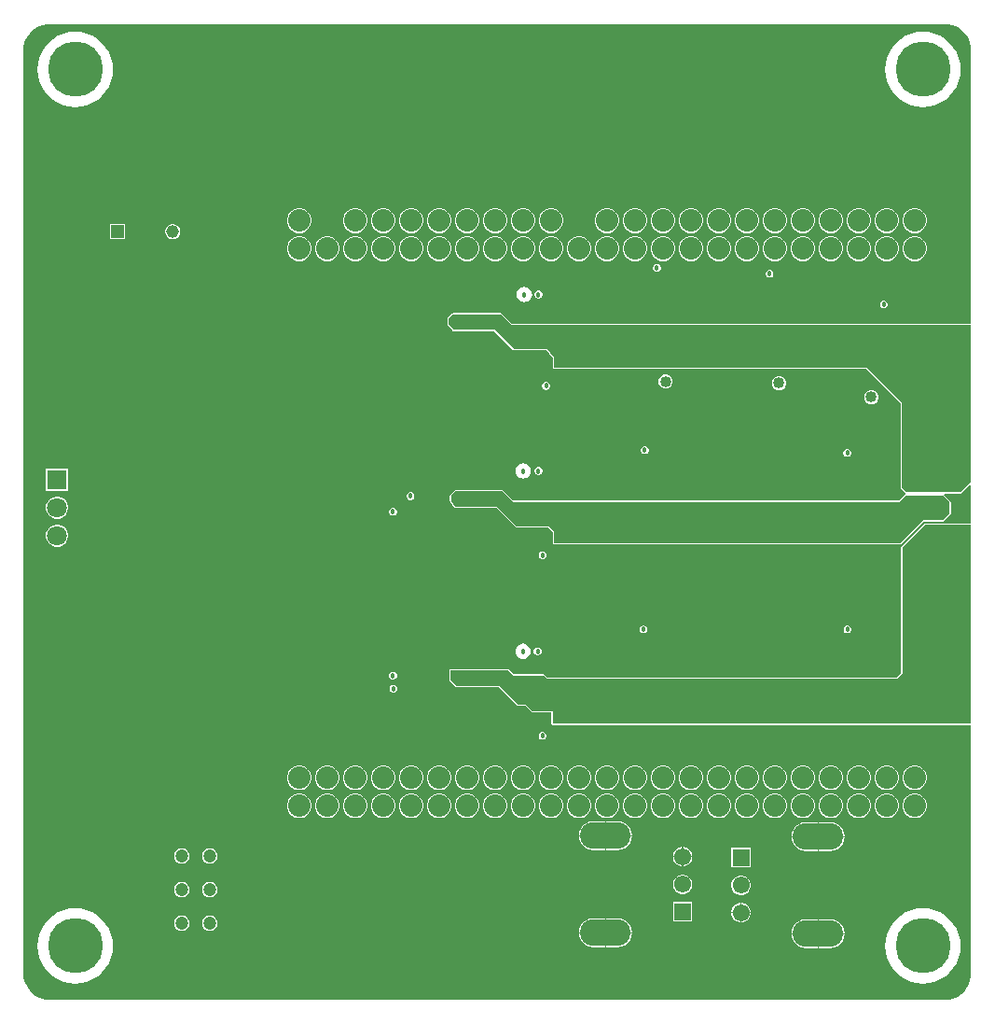
<source format=gbr>
G04*
G04 #@! TF.GenerationSoftware,Altium Limited,Altium Designer,23.6.0 (18)*
G04*
G04 Layer_Physical_Order=3*
G04 Layer_Color=16440176*
%FSLAX25Y25*%
%MOIN*%
G70*
G04*
G04 #@! TF.SameCoordinates,4C77A988-F8BE-4A75-A6A8-83DB4AFB9164*
G04*
G04*
G04 #@! TF.FilePolarity,Positive*
G04*
G01*
G75*
%ADD57R,0.04528X0.04528*%
%ADD58C,0.04528*%
%ADD59C,0.06102*%
%ADD60R,0.06102X0.06102*%
G04:AMPARAMS|DCode=61|XSize=94.49mil|YSize=181.1mil|CornerRadius=47.24mil|HoleSize=0mil|Usage=FLASHONLY|Rotation=270.000|XOffset=0mil|YOffset=0mil|HoleType=Round|Shape=RoundedRectangle|*
%AMROUNDEDRECTD61*
21,1,0.09449,0.08661,0,0,270.0*
21,1,0.00000,0.18110,0,0,270.0*
1,1,0.09449,-0.04331,0.00000*
1,1,0.09449,-0.04331,0.00000*
1,1,0.09449,0.04331,0.00000*
1,1,0.09449,0.04331,0.00000*
%
%ADD61ROUNDEDRECTD61*%
%ADD63R,0.08000X0.08000*%
%ADD64C,0.08000*%
%ADD90C,0.07087*%
%ADD91R,0.07087X0.07087*%
%ADD92C,0.04724*%
%ADD93C,0.19685*%
%ADD94C,0.04000*%
%ADD95C,0.01800*%
G36*
X313683Y328844D02*
X315356Y328151D01*
X316863Y327144D01*
X318144Y325863D01*
X319150Y324357D01*
X319844Y322683D01*
X320197Y320906D01*
Y320000D01*
Y222079D01*
X156154D01*
X152427Y225806D01*
X152121Y225933D01*
X135000D01*
X134694Y225806D01*
X133194Y224306D01*
X133067Y224000D01*
Y222000D01*
X133120Y221873D01*
X133154Y221740D01*
X134654Y219740D01*
X134681Y219724D01*
X134694Y219694D01*
X134821Y219641D01*
X134939Y219571D01*
X134970Y219579D01*
X135000Y219567D01*
X149821D01*
X156556Y212832D01*
X156862Y212705D01*
X168418D01*
X170723Y209792D01*
Y206465D01*
X170850Y206159D01*
X171156Y206032D01*
X282856D01*
X295067Y193821D01*
Y163500D01*
X295194Y163194D01*
X296694Y161694D01*
X296727Y161680D01*
X296742Y161463D01*
X296677Y161160D01*
X296456Y161068D01*
X296456Y161068D01*
X294321Y158933D01*
X156535D01*
X152900Y162568D01*
X152594Y162695D01*
X135807D01*
X135500Y162568D01*
X134000Y161068D01*
X133873Y160761D01*
Y158762D01*
X133926Y158635D01*
X133960Y158502D01*
X135460Y156502D01*
X135488Y156485D01*
X135500Y156455D01*
X135627Y156403D01*
X135745Y156333D01*
X135777Y156341D01*
X135807Y156329D01*
X150627D01*
X157362Y149594D01*
X157668Y149467D01*
X160361D01*
X160402Y149484D01*
X160445Y149475D01*
X160500Y149486D01*
X160555Y149475D01*
X160598Y149484D01*
X160639Y149467D01*
X169224D01*
X170728Y147566D01*
Y143695D01*
X170855Y143388D01*
X171161Y143262D01*
X294695D01*
X295001Y143388D01*
X303179Y151567D01*
X310000D01*
X310306Y151694D01*
X312806Y154194D01*
X312933Y154500D01*
Y158500D01*
X312806Y158806D01*
X310545Y161067D01*
X310545Y161072D01*
X310646Y161567D01*
X316500D01*
X316806Y161694D01*
X319735Y164623D01*
X320197Y164432D01*
Y150810D01*
X303572D01*
X303266Y150683D01*
X295266Y142683D01*
X295139Y142377D01*
Y97557D01*
X293393Y95810D01*
X168751D01*
X167745Y96817D01*
X167439Y96943D01*
X156618D01*
X154878Y98683D01*
X154572Y98810D01*
X134072D01*
X133766Y98683D01*
X133639Y98377D01*
Y94877D01*
X133647Y94859D01*
X133641Y94841D01*
X133709Y94708D01*
X133766Y94571D01*
X133784Y94564D01*
X133793Y94546D01*
X136179Y92535D01*
X136321Y92490D01*
X136458Y92433D01*
X151393Y92444D01*
X158002Y85834D01*
X158309Y85707D01*
X160940D01*
X163077Y83571D01*
X163383Y83444D01*
X170201D01*
Y79278D01*
X170328Y78972D01*
X170634Y78845D01*
X320197D01*
Y-10000D01*
Y-10906D01*
X319844Y-12683D01*
X319150Y-14356D01*
X318144Y-15863D01*
X316863Y-17144D01*
X315356Y-18150D01*
X313683Y-18844D01*
X311906Y-19197D01*
X-10174D01*
X-11951Y-18844D01*
X-13625Y-18150D01*
X-15131Y-17144D01*
X-16412Y-15863D01*
X-17418Y-14356D01*
X-18112Y-12683D01*
X-18465Y-10906D01*
Y-10000D01*
Y320000D01*
Y320906D01*
X-18112Y322683D01*
X-17418Y324357D01*
X-16412Y325863D01*
X-15131Y327144D01*
X-13625Y328151D01*
X-11951Y328844D01*
X-10174Y329197D01*
X311906D01*
X313683Y328844D01*
D02*
G37*
G36*
X155975Y221646D02*
X320197D01*
Y165697D01*
X316500Y162000D01*
X297000D01*
X295500Y163500D01*
Y194000D01*
X283035Y206465D01*
X171156D01*
Y209943D01*
X168627Y213138D01*
X156862D01*
X150000Y220000D01*
X135000D01*
X133500Y222000D01*
Y224000D01*
X135000Y225500D01*
X152121D01*
X155975Y221646D01*
D02*
G37*
G36*
X156356Y158500D02*
X294500D01*
X296762Y160762D01*
X310238Y160762D01*
X312500Y158500D01*
Y154500D01*
X310000Y152000D01*
X303000D01*
X294695Y143695D01*
X171161D01*
Y147717D01*
X169434Y149900D01*
X160639D01*
X160500Y149927D01*
X160361Y149900D01*
X157668D01*
X150806Y156762D01*
X135807D01*
X134307Y158762D01*
Y160761D01*
X135807Y162261D01*
X152594D01*
X156356Y158500D01*
D02*
G37*
G36*
X320197Y79278D02*
X170634D01*
Y83877D01*
X163383D01*
X161120Y86141D01*
X158309D01*
X151572Y92877D01*
X136458Y92866D01*
X134072Y94877D01*
Y98377D01*
X154572D01*
X156439Y96511D01*
X167439D01*
X168572Y95377D01*
X293572D01*
X295572Y97377D01*
Y142377D01*
X303572Y150377D01*
X320197D01*
Y79278D01*
D02*
G37*
%LPC*%
G36*
X303000Y326441D02*
X300897Y326276D01*
X298846Y325784D01*
X296898Y324976D01*
X295099Y323874D01*
X293495Y322504D01*
X292126Y320901D01*
X291024Y319102D01*
X290216Y317154D01*
X289724Y315103D01*
X289559Y313000D01*
X289724Y310897D01*
X290216Y308846D01*
X291024Y306898D01*
X292126Y305099D01*
X293495Y303496D01*
X295099Y302126D01*
X296898Y301024D01*
X298846Y300216D01*
X300897Y299724D01*
X303000Y299559D01*
X305103Y299724D01*
X307154Y300216D01*
X309102Y301024D01*
X310901Y302126D01*
X312505Y303496D01*
X313874Y305099D01*
X314976Y306898D01*
X315784Y308846D01*
X316276Y310897D01*
X316441Y313000D01*
X316276Y315103D01*
X315784Y317154D01*
X314976Y319102D01*
X313874Y320901D01*
X312505Y322504D01*
X310901Y323874D01*
X309102Y324976D01*
X307154Y325784D01*
X305103Y326276D01*
X303000Y326441D01*
D02*
G37*
G36*
X0D02*
X-2103Y326276D01*
X-4154Y325784D01*
X-6102Y324976D01*
X-7901Y323874D01*
X-9505Y322504D01*
X-10874Y320901D01*
X-11976Y319102D01*
X-12784Y317154D01*
X-13276Y315103D01*
X-13441Y313000D01*
X-13276Y310897D01*
X-12784Y308846D01*
X-11976Y306898D01*
X-10874Y305099D01*
X-9505Y303496D01*
X-7901Y302126D01*
X-6102Y301024D01*
X-4154Y300216D01*
X-2103Y299724D01*
X0Y299559D01*
X2103Y299724D01*
X4154Y300216D01*
X6102Y301024D01*
X7901Y302126D01*
X9505Y303496D01*
X10874Y305099D01*
X11976Y306898D01*
X12784Y308846D01*
X13276Y310897D01*
X13441Y313000D01*
X13276Y315103D01*
X12784Y317154D01*
X11976Y319102D01*
X10874Y320901D01*
X9505Y322504D01*
X7901Y323874D01*
X6102Y324976D01*
X4154Y325784D01*
X2103Y326276D01*
X0Y326441D01*
D02*
G37*
G36*
X280579Y263369D02*
X279421D01*
X278302Y263069D01*
X277298Y262489D01*
X276479Y261670D01*
X275900Y260667D01*
X275600Y259548D01*
Y258389D01*
X275900Y257270D01*
X276479Y256267D01*
X277298Y255448D01*
X278302Y254868D01*
X279421Y254569D01*
X280579D01*
X281698Y254868D01*
X282702Y255448D01*
X283521Y256267D01*
X284100Y257270D01*
X284400Y258389D01*
Y259548D01*
X284100Y260667D01*
X283521Y261670D01*
X282702Y262489D01*
X281698Y263069D01*
X280579Y263369D01*
D02*
G37*
G36*
X250579D02*
X249421D01*
X248302Y263069D01*
X247298Y262489D01*
X246479Y261670D01*
X245900Y260667D01*
X245600Y259548D01*
Y258389D01*
X245900Y257270D01*
X246479Y256267D01*
X247298Y255448D01*
X248302Y254868D01*
X249421Y254569D01*
X250579D01*
X251698Y254868D01*
X252702Y255448D01*
X253521Y256267D01*
X254100Y257270D01*
X254400Y258389D01*
Y259548D01*
X254100Y260667D01*
X253521Y261670D01*
X252702Y262489D01*
X251698Y263069D01*
X250579Y263369D01*
D02*
G37*
G36*
X240579D02*
X239421D01*
X238302Y263069D01*
X237298Y262489D01*
X236479Y261670D01*
X235900Y260667D01*
X235600Y259548D01*
Y258389D01*
X235900Y257270D01*
X236479Y256267D01*
X237298Y255448D01*
X238302Y254868D01*
X239421Y254569D01*
X240579D01*
X241698Y254868D01*
X242702Y255448D01*
X243521Y256267D01*
X244100Y257270D01*
X244400Y258389D01*
Y259548D01*
X244100Y260667D01*
X243521Y261670D01*
X242702Y262489D01*
X241698Y263069D01*
X240579Y263369D01*
D02*
G37*
G36*
X200579D02*
X199421D01*
X198302Y263069D01*
X197298Y262489D01*
X196479Y261670D01*
X195900Y260667D01*
X195600Y259548D01*
Y258389D01*
X195900Y257270D01*
X196479Y256267D01*
X197298Y255448D01*
X198302Y254868D01*
X199421Y254569D01*
X200579D01*
X201698Y254868D01*
X202702Y255448D01*
X203521Y256267D01*
X204100Y257270D01*
X204400Y258389D01*
Y259548D01*
X204100Y260667D01*
X203521Y261670D01*
X202702Y262489D01*
X201698Y263069D01*
X200579Y263369D01*
D02*
G37*
G36*
X190579D02*
X189421D01*
X188302Y263069D01*
X187298Y262489D01*
X186479Y261670D01*
X185900Y260667D01*
X185600Y259548D01*
Y258389D01*
X185900Y257270D01*
X186479Y256267D01*
X187298Y255448D01*
X188302Y254868D01*
X189421Y254569D01*
X190579D01*
X191698Y254868D01*
X192702Y255448D01*
X193521Y256267D01*
X194100Y257270D01*
X194400Y258389D01*
Y259548D01*
X194100Y260667D01*
X193521Y261670D01*
X192702Y262489D01*
X191698Y263069D01*
X190579Y263369D01*
D02*
G37*
G36*
X140579D02*
X139421D01*
X138302Y263069D01*
X137298Y262489D01*
X136479Y261670D01*
X135900Y260667D01*
X135600Y259548D01*
Y258389D01*
X135900Y257270D01*
X136479Y256267D01*
X137298Y255448D01*
X138302Y254868D01*
X139421Y254569D01*
X140579D01*
X141698Y254868D01*
X142702Y255448D01*
X143521Y256267D01*
X144100Y257270D01*
X144400Y258389D01*
Y259548D01*
X144100Y260667D01*
X143521Y261670D01*
X142702Y262489D01*
X141698Y263069D01*
X140579Y263369D01*
D02*
G37*
G36*
X110579D02*
X109421D01*
X108302Y263069D01*
X107298Y262489D01*
X106479Y261670D01*
X105900Y260667D01*
X105600Y259548D01*
Y258389D01*
X105900Y257270D01*
X106479Y256267D01*
X107298Y255448D01*
X108302Y254868D01*
X109421Y254569D01*
X110579D01*
X111698Y254868D01*
X112702Y255448D01*
X113521Y256267D01*
X114100Y257270D01*
X114400Y258389D01*
Y259548D01*
X114100Y260667D01*
X113521Y261670D01*
X112702Y262489D01*
X111698Y263069D01*
X110579Y263369D01*
D02*
G37*
G36*
X100579D02*
X99421D01*
X98302Y263069D01*
X97298Y262489D01*
X96479Y261670D01*
X95900Y260667D01*
X95600Y259548D01*
Y258389D01*
X95900Y257270D01*
X96479Y256267D01*
X97298Y255448D01*
X98302Y254868D01*
X99421Y254569D01*
X100579D01*
X101698Y254868D01*
X102702Y255448D01*
X103521Y256267D01*
X104100Y257270D01*
X104400Y258389D01*
Y259548D01*
X104100Y260667D01*
X103521Y261670D01*
X102702Y262489D01*
X101698Y263069D01*
X100579Y263369D01*
D02*
G37*
G36*
X300579Y263369D02*
X299421D01*
X298302Y263069D01*
X297298Y262489D01*
X296479Y261670D01*
X295900Y260667D01*
X295600Y259548D01*
Y258389D01*
X295900Y257270D01*
X296479Y256267D01*
X297298Y255448D01*
X298302Y254868D01*
X299421Y254569D01*
X300579D01*
X301698Y254868D01*
X302702Y255448D01*
X303521Y256267D01*
X304100Y257270D01*
X304400Y258389D01*
Y259548D01*
X304100Y260667D01*
X303521Y261670D01*
X302702Y262489D01*
X301698Y263069D01*
X300579Y263369D01*
D02*
G37*
G36*
X290579D02*
X289421D01*
X288302Y263069D01*
X287298Y262489D01*
X286479Y261670D01*
X285900Y260667D01*
X285600Y259548D01*
Y258389D01*
X285900Y257270D01*
X286479Y256267D01*
X287298Y255448D01*
X288302Y254868D01*
X289421Y254569D01*
X290579D01*
X291698Y254868D01*
X292702Y255448D01*
X293521Y256267D01*
X294100Y257270D01*
X294400Y258389D01*
Y259548D01*
X294100Y260667D01*
X293521Y261670D01*
X292702Y262489D01*
X291698Y263069D01*
X290579Y263369D01*
D02*
G37*
G36*
X270579D02*
X269421D01*
X268302Y263069D01*
X267298Y262489D01*
X266479Y261670D01*
X265900Y260667D01*
X265600Y259548D01*
Y258389D01*
X265900Y257270D01*
X266479Y256267D01*
X267298Y255448D01*
X268302Y254868D01*
X269421Y254569D01*
X270579D01*
X271698Y254868D01*
X272702Y255448D01*
X273521Y256267D01*
X274100Y257270D01*
X274400Y258389D01*
Y259548D01*
X274100Y260667D01*
X273521Y261670D01*
X272702Y262489D01*
X271698Y263069D01*
X270579Y263369D01*
D02*
G37*
G36*
X260579D02*
X259421D01*
X258302Y263069D01*
X257298Y262489D01*
X256479Y261670D01*
X255900Y260667D01*
X255600Y259548D01*
Y258389D01*
X255900Y257270D01*
X256479Y256267D01*
X257298Y255448D01*
X258302Y254868D01*
X259421Y254569D01*
X260579D01*
X261698Y254868D01*
X262702Y255448D01*
X263521Y256267D01*
X264100Y257270D01*
X264400Y258389D01*
Y259548D01*
X264100Y260667D01*
X263521Y261670D01*
X262702Y262489D01*
X261698Y263069D01*
X260579Y263369D01*
D02*
G37*
G36*
X230579D02*
X229421D01*
X228302Y263069D01*
X227298Y262489D01*
X226479Y261670D01*
X225900Y260667D01*
X225600Y259548D01*
Y258389D01*
X225900Y257270D01*
X226479Y256267D01*
X227298Y255448D01*
X228302Y254868D01*
X229421Y254569D01*
X230579D01*
X231698Y254868D01*
X232702Y255448D01*
X233521Y256267D01*
X234100Y257270D01*
X234400Y258389D01*
Y259548D01*
X234100Y260667D01*
X233521Y261670D01*
X232702Y262489D01*
X231698Y263069D01*
X230579Y263369D01*
D02*
G37*
G36*
X220579D02*
X219421D01*
X218302Y263069D01*
X217298Y262489D01*
X216479Y261670D01*
X215900Y260667D01*
X215600Y259548D01*
Y258389D01*
X215900Y257270D01*
X216479Y256267D01*
X217298Y255448D01*
X218302Y254868D01*
X219421Y254569D01*
X220579D01*
X221698Y254868D01*
X222702Y255448D01*
X223521Y256267D01*
X224100Y257270D01*
X224400Y258389D01*
Y259548D01*
X224100Y260667D01*
X223521Y261670D01*
X222702Y262489D01*
X221698Y263069D01*
X220579Y263369D01*
D02*
G37*
G36*
X210579D02*
X209421D01*
X208302Y263069D01*
X207298Y262489D01*
X206479Y261670D01*
X205900Y260667D01*
X205600Y259548D01*
Y258389D01*
X205900Y257270D01*
X206479Y256267D01*
X207298Y255448D01*
X208302Y254868D01*
X209421Y254569D01*
X210579D01*
X211698Y254868D01*
X212702Y255448D01*
X213521Y256267D01*
X214100Y257270D01*
X214400Y258389D01*
Y259548D01*
X214100Y260667D01*
X213521Y261670D01*
X212702Y262489D01*
X211698Y263069D01*
X210579Y263369D01*
D02*
G37*
G36*
X170579D02*
X169421D01*
X168302Y263069D01*
X167298Y262489D01*
X166479Y261670D01*
X165900Y260667D01*
X165600Y259548D01*
Y258389D01*
X165900Y257270D01*
X166479Y256267D01*
X167298Y255448D01*
X168302Y254868D01*
X169421Y254569D01*
X170579D01*
X171698Y254868D01*
X172702Y255448D01*
X173521Y256267D01*
X174100Y257270D01*
X174400Y258389D01*
Y259548D01*
X174100Y260667D01*
X173521Y261670D01*
X172702Y262489D01*
X171698Y263069D01*
X170579Y263369D01*
D02*
G37*
G36*
X160579D02*
X159421D01*
X158302Y263069D01*
X157298Y262489D01*
X156479Y261670D01*
X155900Y260667D01*
X155600Y259548D01*
Y258389D01*
X155900Y257270D01*
X156479Y256267D01*
X157298Y255448D01*
X158302Y254868D01*
X159421Y254569D01*
X160579D01*
X161698Y254868D01*
X162702Y255448D01*
X163521Y256267D01*
X164100Y257270D01*
X164400Y258389D01*
Y259548D01*
X164100Y260667D01*
X163521Y261670D01*
X162702Y262489D01*
X161698Y263069D01*
X160579Y263369D01*
D02*
G37*
G36*
X150579D02*
X149421D01*
X148302Y263069D01*
X147298Y262489D01*
X146479Y261670D01*
X145900Y260667D01*
X145600Y259548D01*
Y258389D01*
X145900Y257270D01*
X146479Y256267D01*
X147298Y255448D01*
X148302Y254868D01*
X149421Y254569D01*
X150579D01*
X151698Y254868D01*
X152702Y255448D01*
X153521Y256267D01*
X154100Y257270D01*
X154400Y258389D01*
Y259548D01*
X154100Y260667D01*
X153521Y261670D01*
X152702Y262489D01*
X151698Y263069D01*
X150579Y263369D01*
D02*
G37*
G36*
X130579D02*
X129421D01*
X128302Y263069D01*
X127298Y262489D01*
X126479Y261670D01*
X125900Y260667D01*
X125600Y259548D01*
Y258389D01*
X125900Y257270D01*
X126479Y256267D01*
X127298Y255448D01*
X128302Y254868D01*
X129421Y254569D01*
X130579D01*
X131698Y254868D01*
X132702Y255448D01*
X133521Y256267D01*
X134100Y257270D01*
X134400Y258389D01*
Y259548D01*
X134100Y260667D01*
X133521Y261670D01*
X132702Y262489D01*
X131698Y263069D01*
X130579Y263369D01*
D02*
G37*
G36*
X120579D02*
X119421D01*
X118302Y263069D01*
X117298Y262489D01*
X116479Y261670D01*
X115900Y260667D01*
X115600Y259548D01*
Y258389D01*
X115900Y257270D01*
X116479Y256267D01*
X117298Y255448D01*
X118302Y254868D01*
X119421Y254569D01*
X120579D01*
X121698Y254868D01*
X122702Y255448D01*
X123521Y256267D01*
X124100Y257270D01*
X124400Y258389D01*
Y259548D01*
X124100Y260667D01*
X123521Y261670D01*
X122702Y262489D01*
X121698Y263069D01*
X120579Y263369D01*
D02*
G37*
G36*
X80579D02*
X79421D01*
X78302Y263069D01*
X77298Y262489D01*
X76479Y261670D01*
X75900Y260667D01*
X75600Y259548D01*
Y258389D01*
X75900Y257270D01*
X76479Y256267D01*
X77298Y255448D01*
X78302Y254868D01*
X79421Y254569D01*
X80579D01*
X81698Y254868D01*
X82702Y255448D01*
X83521Y256267D01*
X84100Y257270D01*
X84400Y258389D01*
Y259548D01*
X84100Y260667D01*
X83521Y261670D01*
X82702Y262489D01*
X81698Y263069D01*
X80579Y263369D01*
D02*
G37*
G36*
X35193Y257664D02*
X34492D01*
X33814Y257482D01*
X33207Y257132D01*
X32711Y256636D01*
X32360Y256028D01*
X32179Y255351D01*
Y254649D01*
X32360Y253972D01*
X32711Y253364D01*
X33207Y252868D01*
X33814Y252518D01*
X34492Y252336D01*
X35193D01*
X35871Y252518D01*
X36478Y252868D01*
X36974Y253364D01*
X37325Y253972D01*
X37506Y254649D01*
Y255351D01*
X37325Y256028D01*
X36974Y256636D01*
X36478Y257132D01*
X35871Y257482D01*
X35193Y257664D01*
D02*
G37*
G36*
X17821D02*
X12494D01*
Y252336D01*
X17821D01*
Y257664D01*
D02*
G37*
G36*
X300579Y253368D02*
X299421D01*
X298302Y253069D01*
X297298Y252489D01*
X296479Y251670D01*
X295900Y250667D01*
X295600Y249548D01*
Y248389D01*
X295900Y247270D01*
X296479Y246267D01*
X297298Y245448D01*
X298302Y244868D01*
X299421Y244568D01*
X300579D01*
X301698Y244868D01*
X302702Y245448D01*
X303521Y246267D01*
X304100Y247270D01*
X304400Y248389D01*
Y249548D01*
X304100Y250667D01*
X303521Y251670D01*
X302702Y252489D01*
X301698Y253069D01*
X300579Y253368D01*
D02*
G37*
G36*
X290579D02*
X289421D01*
X288302Y253069D01*
X287298Y252489D01*
X286479Y251670D01*
X285900Y250667D01*
X285600Y249548D01*
Y248389D01*
X285900Y247270D01*
X286479Y246267D01*
X287298Y245448D01*
X288302Y244868D01*
X289421Y244568D01*
X290579D01*
X291698Y244868D01*
X292702Y245448D01*
X293521Y246267D01*
X294100Y247270D01*
X294400Y248389D01*
Y249548D01*
X294100Y250667D01*
X293521Y251670D01*
X292702Y252489D01*
X291698Y253069D01*
X290579Y253368D01*
D02*
G37*
G36*
X280579D02*
X279421D01*
X278302Y253069D01*
X277298Y252489D01*
X276479Y251670D01*
X275900Y250667D01*
X275600Y249548D01*
Y248389D01*
X275900Y247270D01*
X276479Y246267D01*
X277298Y245448D01*
X278302Y244868D01*
X279421Y244568D01*
X280579D01*
X281698Y244868D01*
X282702Y245448D01*
X283521Y246267D01*
X284100Y247270D01*
X284400Y248389D01*
Y249548D01*
X284100Y250667D01*
X283521Y251670D01*
X282702Y252489D01*
X281698Y253069D01*
X280579Y253368D01*
D02*
G37*
G36*
X270579D02*
X269421D01*
X268302Y253069D01*
X267298Y252489D01*
X266479Y251670D01*
X265900Y250667D01*
X265600Y249548D01*
Y248389D01*
X265900Y247270D01*
X266479Y246267D01*
X267298Y245448D01*
X268302Y244868D01*
X269421Y244568D01*
X270579D01*
X271698Y244868D01*
X272702Y245448D01*
X273521Y246267D01*
X274100Y247270D01*
X274400Y248389D01*
Y249548D01*
X274100Y250667D01*
X273521Y251670D01*
X272702Y252489D01*
X271698Y253069D01*
X270579Y253368D01*
D02*
G37*
G36*
X260579D02*
X259421D01*
X258302Y253069D01*
X257298Y252489D01*
X256479Y251670D01*
X255900Y250667D01*
X255600Y249548D01*
Y248389D01*
X255900Y247270D01*
X256479Y246267D01*
X257298Y245448D01*
X258302Y244868D01*
X259421Y244568D01*
X260579D01*
X261698Y244868D01*
X262702Y245448D01*
X263521Y246267D01*
X264100Y247270D01*
X264400Y248389D01*
Y249548D01*
X264100Y250667D01*
X263521Y251670D01*
X262702Y252489D01*
X261698Y253069D01*
X260579Y253368D01*
D02*
G37*
G36*
X250579D02*
X249421D01*
X248302Y253069D01*
X247298Y252489D01*
X246479Y251670D01*
X245900Y250667D01*
X245600Y249548D01*
Y248389D01*
X245900Y247270D01*
X246479Y246267D01*
X247298Y245448D01*
X248302Y244868D01*
X249421Y244568D01*
X250579D01*
X251698Y244868D01*
X252702Y245448D01*
X253521Y246267D01*
X254100Y247270D01*
X254400Y248389D01*
Y249548D01*
X254100Y250667D01*
X253521Y251670D01*
X252702Y252489D01*
X251698Y253069D01*
X250579Y253368D01*
D02*
G37*
G36*
X240579D02*
X239421D01*
X238302Y253069D01*
X237298Y252489D01*
X236479Y251670D01*
X235900Y250667D01*
X235600Y249548D01*
Y248389D01*
X235900Y247270D01*
X236479Y246267D01*
X237298Y245448D01*
X238302Y244868D01*
X239421Y244568D01*
X240579D01*
X241698Y244868D01*
X242702Y245448D01*
X243521Y246267D01*
X244100Y247270D01*
X244400Y248389D01*
Y249548D01*
X244100Y250667D01*
X243521Y251670D01*
X242702Y252489D01*
X241698Y253069D01*
X240579Y253368D01*
D02*
G37*
G36*
X230579D02*
X229421D01*
X228302Y253069D01*
X227298Y252489D01*
X226479Y251670D01*
X225900Y250667D01*
X225600Y249548D01*
Y248389D01*
X225900Y247270D01*
X226479Y246267D01*
X227298Y245448D01*
X228302Y244868D01*
X229421Y244568D01*
X230579D01*
X231698Y244868D01*
X232702Y245448D01*
X233521Y246267D01*
X234100Y247270D01*
X234400Y248389D01*
Y249548D01*
X234100Y250667D01*
X233521Y251670D01*
X232702Y252489D01*
X231698Y253069D01*
X230579Y253368D01*
D02*
G37*
G36*
X220579D02*
X219421D01*
X218302Y253069D01*
X217298Y252489D01*
X216479Y251670D01*
X215900Y250667D01*
X215600Y249548D01*
Y248389D01*
X215900Y247270D01*
X216479Y246267D01*
X217298Y245448D01*
X218302Y244868D01*
X219421Y244568D01*
X220579D01*
X221698Y244868D01*
X222702Y245448D01*
X223521Y246267D01*
X224100Y247270D01*
X224400Y248389D01*
Y249548D01*
X224100Y250667D01*
X223521Y251670D01*
X222702Y252489D01*
X221698Y253069D01*
X220579Y253368D01*
D02*
G37*
G36*
X210579D02*
X209421D01*
X208302Y253069D01*
X207298Y252489D01*
X206479Y251670D01*
X205900Y250667D01*
X205600Y249548D01*
Y248389D01*
X205900Y247270D01*
X206479Y246267D01*
X207298Y245448D01*
X208302Y244868D01*
X209421Y244568D01*
X210579D01*
X211698Y244868D01*
X212702Y245448D01*
X213521Y246267D01*
X214100Y247270D01*
X214400Y248389D01*
Y249548D01*
X214100Y250667D01*
X213521Y251670D01*
X212702Y252489D01*
X211698Y253069D01*
X210579Y253368D01*
D02*
G37*
G36*
X200579D02*
X199421D01*
X198302Y253069D01*
X197298Y252489D01*
X196479Y251670D01*
X195900Y250667D01*
X195600Y249548D01*
Y248389D01*
X195900Y247270D01*
X196479Y246267D01*
X197298Y245448D01*
X198302Y244868D01*
X199421Y244568D01*
X200579D01*
X201698Y244868D01*
X202702Y245448D01*
X203521Y246267D01*
X204100Y247270D01*
X204400Y248389D01*
Y249548D01*
X204100Y250667D01*
X203521Y251670D01*
X202702Y252489D01*
X201698Y253069D01*
X200579Y253368D01*
D02*
G37*
G36*
X190579D02*
X189421D01*
X188302Y253069D01*
X187298Y252489D01*
X186479Y251670D01*
X185900Y250667D01*
X185600Y249548D01*
Y248389D01*
X185900Y247270D01*
X186479Y246267D01*
X187298Y245448D01*
X188302Y244868D01*
X189421Y244568D01*
X190579D01*
X191698Y244868D01*
X192702Y245448D01*
X193521Y246267D01*
X194100Y247270D01*
X194400Y248389D01*
Y249548D01*
X194100Y250667D01*
X193521Y251670D01*
X192702Y252489D01*
X191698Y253069D01*
X190579Y253368D01*
D02*
G37*
G36*
X180579D02*
X179421D01*
X178302Y253069D01*
X177298Y252489D01*
X176479Y251670D01*
X175900Y250667D01*
X175600Y249548D01*
Y248389D01*
X175900Y247270D01*
X176479Y246267D01*
X177298Y245448D01*
X178302Y244868D01*
X179421Y244568D01*
X180579D01*
X181698Y244868D01*
X182702Y245448D01*
X183521Y246267D01*
X184100Y247270D01*
X184400Y248389D01*
Y249548D01*
X184100Y250667D01*
X183521Y251670D01*
X182702Y252489D01*
X181698Y253069D01*
X180579Y253368D01*
D02*
G37*
G36*
X170579D02*
X169421D01*
X168302Y253069D01*
X167298Y252489D01*
X166479Y251670D01*
X165900Y250667D01*
X165600Y249548D01*
Y248389D01*
X165900Y247270D01*
X166479Y246267D01*
X167298Y245448D01*
X168302Y244868D01*
X169421Y244568D01*
X170579D01*
X171698Y244868D01*
X172702Y245448D01*
X173521Y246267D01*
X174100Y247270D01*
X174400Y248389D01*
Y249548D01*
X174100Y250667D01*
X173521Y251670D01*
X172702Y252489D01*
X171698Y253069D01*
X170579Y253368D01*
D02*
G37*
G36*
X160579D02*
X159421D01*
X158302Y253069D01*
X157298Y252489D01*
X156479Y251670D01*
X155900Y250667D01*
X155600Y249548D01*
Y248389D01*
X155900Y247270D01*
X156479Y246267D01*
X157298Y245448D01*
X158302Y244868D01*
X159421Y244568D01*
X160579D01*
X161698Y244868D01*
X162702Y245448D01*
X163521Y246267D01*
X164100Y247270D01*
X164400Y248389D01*
Y249548D01*
X164100Y250667D01*
X163521Y251670D01*
X162702Y252489D01*
X161698Y253069D01*
X160579Y253368D01*
D02*
G37*
G36*
X150579D02*
X149421D01*
X148302Y253069D01*
X147298Y252489D01*
X146479Y251670D01*
X145900Y250667D01*
X145600Y249548D01*
Y248389D01*
X145900Y247270D01*
X146479Y246267D01*
X147298Y245448D01*
X148302Y244868D01*
X149421Y244568D01*
X150579D01*
X151698Y244868D01*
X152702Y245448D01*
X153521Y246267D01*
X154100Y247270D01*
X154400Y248389D01*
Y249548D01*
X154100Y250667D01*
X153521Y251670D01*
X152702Y252489D01*
X151698Y253069D01*
X150579Y253368D01*
D02*
G37*
G36*
X140579D02*
X139421D01*
X138302Y253069D01*
X137298Y252489D01*
X136479Y251670D01*
X135900Y250667D01*
X135600Y249548D01*
Y248389D01*
X135900Y247270D01*
X136479Y246267D01*
X137298Y245448D01*
X138302Y244868D01*
X139421Y244568D01*
X140579D01*
X141698Y244868D01*
X142702Y245448D01*
X143521Y246267D01*
X144100Y247270D01*
X144400Y248389D01*
Y249548D01*
X144100Y250667D01*
X143521Y251670D01*
X142702Y252489D01*
X141698Y253069D01*
X140579Y253368D01*
D02*
G37*
G36*
X130579D02*
X129421D01*
X128302Y253069D01*
X127298Y252489D01*
X126479Y251670D01*
X125900Y250667D01*
X125600Y249548D01*
Y248389D01*
X125900Y247270D01*
X126479Y246267D01*
X127298Y245448D01*
X128302Y244868D01*
X129421Y244568D01*
X130579D01*
X131698Y244868D01*
X132702Y245448D01*
X133521Y246267D01*
X134100Y247270D01*
X134400Y248389D01*
Y249548D01*
X134100Y250667D01*
X133521Y251670D01*
X132702Y252489D01*
X131698Y253069D01*
X130579Y253368D01*
D02*
G37*
G36*
X120579D02*
X119421D01*
X118302Y253069D01*
X117298Y252489D01*
X116479Y251670D01*
X115900Y250667D01*
X115600Y249548D01*
Y248389D01*
X115900Y247270D01*
X116479Y246267D01*
X117298Y245448D01*
X118302Y244868D01*
X119421Y244568D01*
X120579D01*
X121698Y244868D01*
X122702Y245448D01*
X123521Y246267D01*
X124100Y247270D01*
X124400Y248389D01*
Y249548D01*
X124100Y250667D01*
X123521Y251670D01*
X122702Y252489D01*
X121698Y253069D01*
X120579Y253368D01*
D02*
G37*
G36*
X110579D02*
X109421D01*
X108302Y253069D01*
X107298Y252489D01*
X106479Y251670D01*
X105900Y250667D01*
X105600Y249548D01*
Y248389D01*
X105900Y247270D01*
X106479Y246267D01*
X107298Y245448D01*
X108302Y244868D01*
X109421Y244568D01*
X110579D01*
X111698Y244868D01*
X112702Y245448D01*
X113521Y246267D01*
X114100Y247270D01*
X114400Y248389D01*
Y249548D01*
X114100Y250667D01*
X113521Y251670D01*
X112702Y252489D01*
X111698Y253069D01*
X110579Y253368D01*
D02*
G37*
G36*
X100579D02*
X99421D01*
X98302Y253069D01*
X97298Y252489D01*
X96479Y251670D01*
X95900Y250667D01*
X95600Y249548D01*
Y248389D01*
X95900Y247270D01*
X96479Y246267D01*
X97298Y245448D01*
X98302Y244868D01*
X99421Y244568D01*
X100579D01*
X101698Y244868D01*
X102702Y245448D01*
X103521Y246267D01*
X104100Y247270D01*
X104400Y248389D01*
Y249548D01*
X104100Y250667D01*
X103521Y251670D01*
X102702Y252489D01*
X101698Y253069D01*
X100579Y253368D01*
D02*
G37*
G36*
X90579D02*
X89421D01*
X88302Y253069D01*
X87298Y252489D01*
X86479Y251670D01*
X85900Y250667D01*
X85600Y249548D01*
Y248389D01*
X85900Y247270D01*
X86479Y246267D01*
X87298Y245448D01*
X88302Y244868D01*
X89421Y244568D01*
X90579D01*
X91698Y244868D01*
X92702Y245448D01*
X93521Y246267D01*
X94100Y247270D01*
X94400Y248389D01*
Y249548D01*
X94100Y250667D01*
X93521Y251670D01*
X92702Y252489D01*
X91698Y253069D01*
X90579Y253368D01*
D02*
G37*
G36*
X80579D02*
X79421D01*
X78302Y253069D01*
X77298Y252489D01*
X76479Y251670D01*
X75900Y250667D01*
X75600Y249548D01*
Y248389D01*
X75900Y247270D01*
X76479Y246267D01*
X77298Y245448D01*
X78302Y244868D01*
X79421Y244568D01*
X80579D01*
X81698Y244868D01*
X82702Y245448D01*
X83521Y246267D01*
X84100Y247270D01*
X84400Y248389D01*
Y249548D01*
X84100Y250667D01*
X83521Y251670D01*
X82702Y252489D01*
X81698Y253069D01*
X80579Y253368D01*
D02*
G37*
G36*
X208146Y243479D02*
X207589D01*
X207074Y243266D01*
X206680Y242872D01*
X206467Y242358D01*
Y241801D01*
X206680Y241286D01*
X207074Y240893D01*
X207589Y240679D01*
X208146D01*
X208660Y240893D01*
X209054Y241286D01*
X209267Y241801D01*
Y242358D01*
X209054Y242872D01*
X208660Y243266D01*
X208146Y243479D01*
D02*
G37*
G36*
X248428Y241400D02*
X247871D01*
X247357Y241187D01*
X246963Y240793D01*
X246750Y240279D01*
Y239721D01*
X246963Y239207D01*
X247357Y238813D01*
X247871Y238600D01*
X248428D01*
X248943Y238813D01*
X249337Y239207D01*
X249550Y239721D01*
Y240279D01*
X249337Y240793D01*
X248943Y241187D01*
X248428Y241400D01*
D02*
G37*
G36*
X165803Y233987D02*
X165246D01*
X164732Y233774D01*
X164338Y233380D01*
X164125Y232866D01*
Y232309D01*
X164338Y231794D01*
X164732Y231400D01*
X165246Y231187D01*
X165803D01*
X166318Y231400D01*
X166712Y231794D01*
X166925Y232309D01*
Y232866D01*
X166712Y233380D01*
X166318Y233774D01*
X165803Y233987D01*
D02*
G37*
G36*
X160525Y235313D02*
X159819Y235220D01*
X159162Y234948D01*
X158597Y234515D01*
X158164Y233950D01*
X157892Y233293D01*
X157799Y232587D01*
X157892Y231882D01*
X158164Y231224D01*
X158597Y230660D01*
X159162Y230226D01*
X159819Y229954D01*
X160525Y229861D01*
X161230Y229954D01*
X161888Y230226D01*
X162452Y230660D01*
X162886Y231224D01*
X163158Y231882D01*
X163251Y232587D01*
X163158Y233293D01*
X162886Y233950D01*
X162452Y234515D01*
X161888Y234948D01*
X161230Y235220D01*
X160525Y235313D01*
D02*
G37*
G36*
X289279Y230459D02*
X288721D01*
X288207Y230246D01*
X287813Y229852D01*
X287600Y229338D01*
Y228781D01*
X287813Y228266D01*
X288207Y227872D01*
X288721Y227659D01*
X289279D01*
X289793Y227872D01*
X290187Y228266D01*
X290400Y228781D01*
Y229338D01*
X290187Y229852D01*
X289793Y230246D01*
X289279Y230459D01*
D02*
G37*
G36*
X211497Y204000D02*
X210503D01*
X209584Y203619D01*
X208881Y202916D01*
X208500Y201997D01*
Y201003D01*
X208881Y200084D01*
X209584Y199381D01*
X210503Y199000D01*
X211497D01*
X212416Y199381D01*
X213119Y200084D01*
X213500Y201003D01*
Y201997D01*
X213119Y202916D01*
X212416Y203619D01*
X211497Y204000D01*
D02*
G37*
G36*
X168520Y201337D02*
X167963D01*
X167448Y201124D01*
X167054Y200730D01*
X166841Y200216D01*
Y199659D01*
X167054Y199144D01*
X167448Y198750D01*
X167963Y198537D01*
X168520D01*
X169034Y198750D01*
X169428Y199144D01*
X169641Y199659D01*
Y200216D01*
X169428Y200730D01*
X169034Y201124D01*
X168520Y201337D01*
D02*
G37*
G36*
X251997Y203500D02*
X251003D01*
X250084Y203119D01*
X249381Y202416D01*
X249000Y201497D01*
Y200503D01*
X249381Y199584D01*
X250084Y198881D01*
X251003Y198500D01*
X251997D01*
X252916Y198881D01*
X253619Y199584D01*
X254000Y200503D01*
Y201497D01*
X253619Y202416D01*
X252916Y203119D01*
X251997Y203500D01*
D02*
G37*
G36*
X284997Y198500D02*
X284003D01*
X283084Y198119D01*
X282381Y197416D01*
X282000Y196497D01*
Y195503D01*
X282381Y194584D01*
X283084Y193881D01*
X284003Y193500D01*
X284997D01*
X285916Y193881D01*
X286619Y194584D01*
X287000Y195503D01*
Y196497D01*
X286619Y197416D01*
X285916Y198119D01*
X284997Y198500D01*
D02*
G37*
G36*
X203837Y178400D02*
X203281D01*
X202766Y178187D01*
X202372Y177793D01*
X202159Y177278D01*
Y176722D01*
X202372Y176207D01*
X202766Y175813D01*
X203281Y175600D01*
X203837D01*
X204352Y175813D01*
X204746Y176207D01*
X204959Y176722D01*
Y177278D01*
X204746Y177793D01*
X204352Y178187D01*
X203837Y178400D01*
D02*
G37*
G36*
X276219Y177400D02*
X275662D01*
X275148Y177187D01*
X274754Y176793D01*
X274541Y176278D01*
Y175722D01*
X274754Y175207D01*
X275148Y174813D01*
X275662Y174600D01*
X276219D01*
X276734Y174813D01*
X277128Y175207D01*
X277341Y175722D01*
Y176278D01*
X277128Y176793D01*
X276734Y177187D01*
X276219Y177400D01*
D02*
G37*
G36*
X165803Y170987D02*
X165246D01*
X164732Y170774D01*
X164338Y170380D01*
X164125Y169866D01*
Y169309D01*
X164338Y168794D01*
X164732Y168400D01*
X165246Y168187D01*
X165803D01*
X166318Y168400D01*
X166712Y168794D01*
X166925Y169309D01*
Y169866D01*
X166712Y170380D01*
X166318Y170774D01*
X165803Y170987D01*
D02*
G37*
G36*
X160025Y172313D02*
X159319Y172220D01*
X158662Y171948D01*
X158097Y171515D01*
X157664Y170950D01*
X157392Y170293D01*
X157299Y169587D01*
X157392Y168882D01*
X157664Y168224D01*
X158097Y167660D01*
X158662Y167226D01*
X159319Y166954D01*
X160025Y166861D01*
X160730Y166954D01*
X161388Y167226D01*
X161952Y167660D01*
X162386Y168224D01*
X162658Y168882D01*
X162751Y169587D01*
X162658Y170293D01*
X162386Y170950D01*
X161952Y171515D01*
X161388Y171948D01*
X160730Y172220D01*
X160025Y172313D01*
D02*
G37*
G36*
X-2557Y170443D02*
X-10443D01*
Y162557D01*
X-2557D01*
Y170443D01*
D02*
G37*
G36*
X120057Y162000D02*
X119500D01*
X118985Y161787D01*
X118592Y161393D01*
X118378Y160879D01*
Y160321D01*
X118592Y159807D01*
X118985Y159413D01*
X119500Y159200D01*
X120057D01*
X120571Y159413D01*
X120965Y159807D01*
X121178Y160321D01*
Y160879D01*
X120965Y161393D01*
X120571Y161787D01*
X120057Y162000D01*
D02*
G37*
G36*
X113778Y156400D02*
X113222D01*
X112707Y156187D01*
X112313Y155793D01*
X112100Y155279D01*
Y154721D01*
X112313Y154207D01*
X112707Y153813D01*
X113222Y153600D01*
X113778D01*
X114293Y153813D01*
X114687Y154207D01*
X114900Y154721D01*
Y155279D01*
X114687Y155793D01*
X114293Y156187D01*
X113778Y156400D01*
D02*
G37*
G36*
X-5981Y160443D02*
X-7019D01*
X-8022Y160175D01*
X-8921Y159655D01*
X-9655Y158921D01*
X-10175Y158022D01*
X-10443Y157019D01*
Y155981D01*
X-10175Y154978D01*
X-9655Y154079D01*
X-8921Y153345D01*
X-8022Y152825D01*
X-7019Y152557D01*
X-5981D01*
X-4978Y152825D01*
X-4079Y153345D01*
X-3345Y154079D01*
X-2825Y154978D01*
X-2557Y155981D01*
Y157019D01*
X-2825Y158022D01*
X-3345Y158921D01*
X-4079Y159655D01*
X-4978Y160175D01*
X-5981Y160443D01*
D02*
G37*
G36*
Y150443D02*
X-7019D01*
X-8022Y150175D01*
X-8921Y149655D01*
X-9655Y148921D01*
X-10175Y148022D01*
X-10443Y147019D01*
Y145981D01*
X-10175Y144978D01*
X-9655Y144079D01*
X-8921Y143345D01*
X-8022Y142825D01*
X-7019Y142557D01*
X-5981D01*
X-4978Y142825D01*
X-4079Y143345D01*
X-3345Y144079D01*
X-2825Y144978D01*
X-2557Y145981D01*
Y147019D01*
X-2825Y148022D01*
X-3345Y148921D01*
X-4079Y149655D01*
X-4978Y150175D01*
X-5981Y150443D01*
D02*
G37*
G36*
X167279Y140900D02*
X166721D01*
X166207Y140687D01*
X165813Y140293D01*
X165600Y139778D01*
Y139222D01*
X165813Y138707D01*
X166207Y138313D01*
X166721Y138100D01*
X167279D01*
X167793Y138313D01*
X168187Y138707D01*
X168400Y139222D01*
Y139778D01*
X168187Y140293D01*
X167793Y140687D01*
X167279Y140900D01*
D02*
G37*
G36*
X276278Y114400D02*
X275722D01*
X275207Y114187D01*
X274813Y113793D01*
X274600Y113278D01*
Y112722D01*
X274813Y112207D01*
X275207Y111813D01*
X275722Y111600D01*
X276278D01*
X276793Y111813D01*
X277187Y112207D01*
X277400Y112722D01*
Y113278D01*
X277187Y113793D01*
X276793Y114187D01*
X276278Y114400D01*
D02*
G37*
G36*
X203338D02*
X202781D01*
X202266Y114187D01*
X201872Y113793D01*
X201659Y113278D01*
Y112722D01*
X201872Y112207D01*
X202266Y111813D01*
X202781Y111600D01*
X203338D01*
X203852Y111813D01*
X204246Y112207D01*
X204459Y112722D01*
Y113278D01*
X204246Y113793D01*
X203852Y114187D01*
X203338Y114400D01*
D02*
G37*
G36*
X165530Y106586D02*
X164973D01*
X164459Y106373D01*
X164065Y105979D01*
X163852Y105464D01*
Y104907D01*
X164065Y104393D01*
X164459Y103999D01*
X164973Y103786D01*
X165530D01*
X166045Y103999D01*
X166439Y104393D01*
X166652Y104907D01*
Y105464D01*
X166439Y105979D01*
X166045Y106373D01*
X165530Y106586D01*
D02*
G37*
G36*
X159965Y107949D02*
X159259Y107856D01*
X158602Y107584D01*
X158037Y107151D01*
X157604Y106586D01*
X157332Y105929D01*
X157239Y105223D01*
X157332Y104517D01*
X157604Y103860D01*
X158037Y103295D01*
X158602Y102862D01*
X159259Y102590D01*
X159965Y102497D01*
X160670Y102590D01*
X161328Y102862D01*
X161892Y103295D01*
X162326Y103860D01*
X162598Y104517D01*
X162691Y105223D01*
X162598Y105929D01*
X162326Y106586D01*
X161892Y107151D01*
X161328Y107584D01*
X160670Y107856D01*
X159965Y107949D01*
D02*
G37*
G36*
X113778Y97900D02*
X113222D01*
X112707Y97687D01*
X112313Y97293D01*
X112100Y96779D01*
Y96222D01*
X112313Y95707D01*
X112707Y95313D01*
X113222Y95100D01*
X113778D01*
X114293Y95313D01*
X114687Y95707D01*
X114900Y96222D01*
Y96779D01*
X114687Y97293D01*
X114293Y97687D01*
X113778Y97900D01*
D02*
G37*
G36*
X113962Y93217D02*
X113405D01*
X112890Y93003D01*
X112496Y92610D01*
X112283Y92095D01*
Y91538D01*
X112496Y91024D01*
X112890Y90630D01*
X113405Y90417D01*
X113962D01*
X114476Y90630D01*
X114870Y91024D01*
X115083Y91538D01*
Y92095D01*
X114870Y92610D01*
X114476Y93003D01*
X113962Y93217D01*
D02*
G37*
G36*
X167279Y76400D02*
X166721D01*
X166207Y76187D01*
X165813Y75793D01*
X165600Y75279D01*
Y74721D01*
X165813Y74207D01*
X166207Y73813D01*
X166721Y73600D01*
X167279D01*
X167793Y73813D01*
X168187Y74207D01*
X168400Y74721D01*
Y75279D01*
X168187Y75793D01*
X167793Y76187D01*
X167279Y76400D01*
D02*
G37*
G36*
X270579Y64400D02*
X269421D01*
X268302Y64100D01*
X267298Y63521D01*
X266479Y62702D01*
X265900Y61698D01*
X265600Y60579D01*
Y59421D01*
X265900Y58302D01*
X266479Y57298D01*
X267298Y56479D01*
X268302Y55900D01*
X269421Y55600D01*
X270579D01*
X271698Y55900D01*
X272702Y56479D01*
X273521Y57298D01*
X274100Y58302D01*
X274400Y59421D01*
Y60579D01*
X274100Y61698D01*
X273521Y62702D01*
X272702Y63521D01*
X271698Y64100D01*
X270579Y64400D01*
D02*
G37*
G36*
X120579D02*
X119421D01*
X118302Y64100D01*
X117298Y63521D01*
X116479Y62702D01*
X115900Y61698D01*
X115600Y60579D01*
Y59421D01*
X115900Y58302D01*
X116479Y57298D01*
X117298Y56479D01*
X118302Y55900D01*
X119421Y55600D01*
X120579D01*
X121698Y55900D01*
X122702Y56479D01*
X123521Y57298D01*
X124100Y58302D01*
X124400Y59421D01*
Y60579D01*
X124100Y61698D01*
X123521Y62702D01*
X122702Y63521D01*
X121698Y64100D01*
X120579Y64400D01*
D02*
G37*
G36*
X300579Y64400D02*
X299421D01*
X298302Y64100D01*
X297298Y63521D01*
X296479Y62702D01*
X295900Y61698D01*
X295600Y60579D01*
Y59421D01*
X295900Y58302D01*
X296479Y57298D01*
X297298Y56479D01*
X298302Y55900D01*
X299421Y55600D01*
X300579D01*
X301698Y55900D01*
X302702Y56479D01*
X303521Y57298D01*
X304100Y58302D01*
X304400Y59421D01*
Y60579D01*
X304100Y61698D01*
X303521Y62702D01*
X302702Y63521D01*
X301698Y64100D01*
X300579Y64400D01*
D02*
G37*
G36*
X290579D02*
X289421D01*
X288302Y64100D01*
X287298Y63521D01*
X286479Y62702D01*
X285900Y61698D01*
X285600Y60579D01*
Y59421D01*
X285900Y58302D01*
X286479Y57298D01*
X287298Y56479D01*
X288302Y55900D01*
X289421Y55600D01*
X290579D01*
X291698Y55900D01*
X292702Y56479D01*
X293521Y57298D01*
X294100Y58302D01*
X294400Y59421D01*
Y60579D01*
X294100Y61698D01*
X293521Y62702D01*
X292702Y63521D01*
X291698Y64100D01*
X290579Y64400D01*
D02*
G37*
G36*
X280579D02*
X279421D01*
X278302Y64100D01*
X277298Y63521D01*
X276479Y62702D01*
X275900Y61698D01*
X275600Y60579D01*
Y59421D01*
X275900Y58302D01*
X276479Y57298D01*
X277298Y56479D01*
X278302Y55900D01*
X279421Y55600D01*
X280579D01*
X281698Y55900D01*
X282702Y56479D01*
X283521Y57298D01*
X284100Y58302D01*
X284400Y59421D01*
Y60579D01*
X284100Y61698D01*
X283521Y62702D01*
X282702Y63521D01*
X281698Y64100D01*
X280579Y64400D01*
D02*
G37*
G36*
X260579D02*
X259421D01*
X258302Y64100D01*
X257298Y63521D01*
X256479Y62702D01*
X255900Y61698D01*
X255600Y60579D01*
Y59421D01*
X255900Y58302D01*
X256479Y57298D01*
X257298Y56479D01*
X258302Y55900D01*
X259421Y55600D01*
X260579D01*
X261698Y55900D01*
X262702Y56479D01*
X263521Y57298D01*
X264100Y58302D01*
X264400Y59421D01*
Y60579D01*
X264100Y61698D01*
X263521Y62702D01*
X262702Y63521D01*
X261698Y64100D01*
X260579Y64400D01*
D02*
G37*
G36*
X250579D02*
X249421D01*
X248302Y64100D01*
X247298Y63521D01*
X246479Y62702D01*
X245900Y61698D01*
X245600Y60579D01*
Y59421D01*
X245900Y58302D01*
X246479Y57298D01*
X247298Y56479D01*
X248302Y55900D01*
X249421Y55600D01*
X250579D01*
X251698Y55900D01*
X252702Y56479D01*
X253521Y57298D01*
X254100Y58302D01*
X254400Y59421D01*
Y60579D01*
X254100Y61698D01*
X253521Y62702D01*
X252702Y63521D01*
X251698Y64100D01*
X250579Y64400D01*
D02*
G37*
G36*
X240579D02*
X239421D01*
X238302Y64100D01*
X237298Y63521D01*
X236479Y62702D01*
X235900Y61698D01*
X235600Y60579D01*
Y59421D01*
X235900Y58302D01*
X236479Y57298D01*
X237298Y56479D01*
X238302Y55900D01*
X239421Y55600D01*
X240579D01*
X241698Y55900D01*
X242702Y56479D01*
X243521Y57298D01*
X244100Y58302D01*
X244400Y59421D01*
Y60579D01*
X244100Y61698D01*
X243521Y62702D01*
X242702Y63521D01*
X241698Y64100D01*
X240579Y64400D01*
D02*
G37*
G36*
X230579D02*
X229421D01*
X228302Y64100D01*
X227298Y63521D01*
X226479Y62702D01*
X225900Y61698D01*
X225600Y60579D01*
Y59421D01*
X225900Y58302D01*
X226479Y57298D01*
X227298Y56479D01*
X228302Y55900D01*
X229421Y55600D01*
X230579D01*
X231698Y55900D01*
X232702Y56479D01*
X233521Y57298D01*
X234100Y58302D01*
X234400Y59421D01*
Y60579D01*
X234100Y61698D01*
X233521Y62702D01*
X232702Y63521D01*
X231698Y64100D01*
X230579Y64400D01*
D02*
G37*
G36*
X220579D02*
X219421D01*
X218302Y64100D01*
X217298Y63521D01*
X216479Y62702D01*
X215900Y61698D01*
X215600Y60579D01*
Y59421D01*
X215900Y58302D01*
X216479Y57298D01*
X217298Y56479D01*
X218302Y55900D01*
X219421Y55600D01*
X220579D01*
X221698Y55900D01*
X222702Y56479D01*
X223521Y57298D01*
X224100Y58302D01*
X224400Y59421D01*
Y60579D01*
X224100Y61698D01*
X223521Y62702D01*
X222702Y63521D01*
X221698Y64100D01*
X220579Y64400D01*
D02*
G37*
G36*
X210579D02*
X209421D01*
X208302Y64100D01*
X207298Y63521D01*
X206479Y62702D01*
X205900Y61698D01*
X205600Y60579D01*
Y59421D01*
X205900Y58302D01*
X206479Y57298D01*
X207298Y56479D01*
X208302Y55900D01*
X209421Y55600D01*
X210579D01*
X211698Y55900D01*
X212702Y56479D01*
X213521Y57298D01*
X214100Y58302D01*
X214400Y59421D01*
Y60579D01*
X214100Y61698D01*
X213521Y62702D01*
X212702Y63521D01*
X211698Y64100D01*
X210579Y64400D01*
D02*
G37*
G36*
X200579D02*
X199421D01*
X198302Y64100D01*
X197298Y63521D01*
X196479Y62702D01*
X195900Y61698D01*
X195600Y60579D01*
Y59421D01*
X195900Y58302D01*
X196479Y57298D01*
X197298Y56479D01*
X198302Y55900D01*
X199421Y55600D01*
X200579D01*
X201698Y55900D01*
X202702Y56479D01*
X203521Y57298D01*
X204100Y58302D01*
X204400Y59421D01*
Y60579D01*
X204100Y61698D01*
X203521Y62702D01*
X202702Y63521D01*
X201698Y64100D01*
X200579Y64400D01*
D02*
G37*
G36*
X190579D02*
X189421D01*
X188302Y64100D01*
X187298Y63521D01*
X186479Y62702D01*
X185900Y61698D01*
X185600Y60579D01*
Y59421D01*
X185900Y58302D01*
X186479Y57298D01*
X187298Y56479D01*
X188302Y55900D01*
X189421Y55600D01*
X190579D01*
X191698Y55900D01*
X192702Y56479D01*
X193521Y57298D01*
X194100Y58302D01*
X194400Y59421D01*
Y60579D01*
X194100Y61698D01*
X193521Y62702D01*
X192702Y63521D01*
X191698Y64100D01*
X190579Y64400D01*
D02*
G37*
G36*
X180579D02*
X179421D01*
X178302Y64100D01*
X177298Y63521D01*
X176479Y62702D01*
X175900Y61698D01*
X175600Y60579D01*
Y59421D01*
X175900Y58302D01*
X176479Y57298D01*
X177298Y56479D01*
X178302Y55900D01*
X179421Y55600D01*
X180579D01*
X181698Y55900D01*
X182702Y56479D01*
X183521Y57298D01*
X184100Y58302D01*
X184400Y59421D01*
Y60579D01*
X184100Y61698D01*
X183521Y62702D01*
X182702Y63521D01*
X181698Y64100D01*
X180579Y64400D01*
D02*
G37*
G36*
X170579D02*
X169421D01*
X168302Y64100D01*
X167298Y63521D01*
X166479Y62702D01*
X165900Y61698D01*
X165600Y60579D01*
Y59421D01*
X165900Y58302D01*
X166479Y57298D01*
X167298Y56479D01*
X168302Y55900D01*
X169421Y55600D01*
X170579D01*
X171698Y55900D01*
X172702Y56479D01*
X173521Y57298D01*
X174100Y58302D01*
X174400Y59421D01*
Y60579D01*
X174100Y61698D01*
X173521Y62702D01*
X172702Y63521D01*
X171698Y64100D01*
X170579Y64400D01*
D02*
G37*
G36*
X160579D02*
X159421D01*
X158302Y64100D01*
X157298Y63521D01*
X156479Y62702D01*
X155900Y61698D01*
X155600Y60579D01*
Y59421D01*
X155900Y58302D01*
X156479Y57298D01*
X157298Y56479D01*
X158302Y55900D01*
X159421Y55600D01*
X160579D01*
X161698Y55900D01*
X162702Y56479D01*
X163521Y57298D01*
X164100Y58302D01*
X164400Y59421D01*
Y60579D01*
X164100Y61698D01*
X163521Y62702D01*
X162702Y63521D01*
X161698Y64100D01*
X160579Y64400D01*
D02*
G37*
G36*
X150579D02*
X149421D01*
X148302Y64100D01*
X147298Y63521D01*
X146479Y62702D01*
X145900Y61698D01*
X145600Y60579D01*
Y59421D01*
X145900Y58302D01*
X146479Y57298D01*
X147298Y56479D01*
X148302Y55900D01*
X149421Y55600D01*
X150579D01*
X151698Y55900D01*
X152702Y56479D01*
X153521Y57298D01*
X154100Y58302D01*
X154400Y59421D01*
Y60579D01*
X154100Y61698D01*
X153521Y62702D01*
X152702Y63521D01*
X151698Y64100D01*
X150579Y64400D01*
D02*
G37*
G36*
X140579D02*
X139421D01*
X138302Y64100D01*
X137298Y63521D01*
X136479Y62702D01*
X135900Y61698D01*
X135600Y60579D01*
Y59421D01*
X135900Y58302D01*
X136479Y57298D01*
X137298Y56479D01*
X138302Y55900D01*
X139421Y55600D01*
X140579D01*
X141698Y55900D01*
X142702Y56479D01*
X143521Y57298D01*
X144100Y58302D01*
X144400Y59421D01*
Y60579D01*
X144100Y61698D01*
X143521Y62702D01*
X142702Y63521D01*
X141698Y64100D01*
X140579Y64400D01*
D02*
G37*
G36*
X130579D02*
X129421D01*
X128302Y64100D01*
X127298Y63521D01*
X126479Y62702D01*
X125900Y61698D01*
X125600Y60579D01*
Y59421D01*
X125900Y58302D01*
X126479Y57298D01*
X127298Y56479D01*
X128302Y55900D01*
X129421Y55600D01*
X130579D01*
X131698Y55900D01*
X132702Y56479D01*
X133521Y57298D01*
X134100Y58302D01*
X134400Y59421D01*
Y60579D01*
X134100Y61698D01*
X133521Y62702D01*
X132702Y63521D01*
X131698Y64100D01*
X130579Y64400D01*
D02*
G37*
G36*
X110579D02*
X109421D01*
X108302Y64100D01*
X107298Y63521D01*
X106479Y62702D01*
X105900Y61698D01*
X105600Y60579D01*
Y59421D01*
X105900Y58302D01*
X106479Y57298D01*
X107298Y56479D01*
X108302Y55900D01*
X109421Y55600D01*
X110579D01*
X111698Y55900D01*
X112702Y56479D01*
X113521Y57298D01*
X114100Y58302D01*
X114400Y59421D01*
Y60579D01*
X114100Y61698D01*
X113521Y62702D01*
X112702Y63521D01*
X111698Y64100D01*
X110579Y64400D01*
D02*
G37*
G36*
X100579D02*
X99421D01*
X98302Y64100D01*
X97298Y63521D01*
X96479Y62702D01*
X95900Y61698D01*
X95600Y60579D01*
Y59421D01*
X95900Y58302D01*
X96479Y57298D01*
X97298Y56479D01*
X98302Y55900D01*
X99421Y55600D01*
X100579D01*
X101698Y55900D01*
X102702Y56479D01*
X103521Y57298D01*
X104100Y58302D01*
X104400Y59421D01*
Y60579D01*
X104100Y61698D01*
X103521Y62702D01*
X102702Y63521D01*
X101698Y64100D01*
X100579Y64400D01*
D02*
G37*
G36*
X90579D02*
X89421D01*
X88302Y64100D01*
X87298Y63521D01*
X86479Y62702D01*
X85900Y61698D01*
X85600Y60579D01*
Y59421D01*
X85900Y58302D01*
X86479Y57298D01*
X87298Y56479D01*
X88302Y55900D01*
X89421Y55600D01*
X90579D01*
X91698Y55900D01*
X92702Y56479D01*
X93521Y57298D01*
X94100Y58302D01*
X94400Y59421D01*
Y60579D01*
X94100Y61698D01*
X93521Y62702D01*
X92702Y63521D01*
X91698Y64100D01*
X90579Y64400D01*
D02*
G37*
G36*
X80579D02*
X79421D01*
X78302Y64100D01*
X77298Y63521D01*
X76479Y62702D01*
X75900Y61698D01*
X75600Y60579D01*
Y59421D01*
X75900Y58302D01*
X76479Y57298D01*
X77298Y56479D01*
X78302Y55900D01*
X79421Y55600D01*
X80579D01*
X81698Y55900D01*
X82702Y56479D01*
X83521Y57298D01*
X84100Y58302D01*
X84400Y59421D01*
Y60579D01*
X84100Y61698D01*
X83521Y62702D01*
X82702Y63521D01*
X81698Y64100D01*
X80579Y64400D01*
D02*
G37*
G36*
X300579Y54400D02*
X299421D01*
X298302Y54100D01*
X297298Y53521D01*
X296479Y52702D01*
X295900Y51698D01*
X295600Y50579D01*
Y49421D01*
X295900Y48302D01*
X296479Y47298D01*
X297298Y46479D01*
X298302Y45900D01*
X299421Y45600D01*
X300579D01*
X301698Y45900D01*
X302702Y46479D01*
X303521Y47298D01*
X304100Y48302D01*
X304400Y49421D01*
Y50579D01*
X304100Y51698D01*
X303521Y52702D01*
X302702Y53521D01*
X301698Y54100D01*
X300579Y54400D01*
D02*
G37*
G36*
X290579D02*
X289421D01*
X288302Y54100D01*
X287298Y53521D01*
X286479Y52702D01*
X285900Y51698D01*
X285600Y50579D01*
Y49421D01*
X285900Y48302D01*
X286479Y47298D01*
X287298Y46479D01*
X288302Y45900D01*
X289421Y45600D01*
X290579D01*
X291698Y45900D01*
X292702Y46479D01*
X293521Y47298D01*
X294100Y48302D01*
X294400Y49421D01*
Y50579D01*
X294100Y51698D01*
X293521Y52702D01*
X292702Y53521D01*
X291698Y54100D01*
X290579Y54400D01*
D02*
G37*
G36*
X280579D02*
X279421D01*
X278302Y54100D01*
X277298Y53521D01*
X276479Y52702D01*
X275900Y51698D01*
X275600Y50579D01*
Y49421D01*
X275900Y48302D01*
X276479Y47298D01*
X277298Y46479D01*
X278302Y45900D01*
X279421Y45600D01*
X280579D01*
X281698Y45900D01*
X282702Y46479D01*
X283521Y47298D01*
X284100Y48302D01*
X284400Y49421D01*
Y50579D01*
X284100Y51698D01*
X283521Y52702D01*
X282702Y53521D01*
X281698Y54100D01*
X280579Y54400D01*
D02*
G37*
G36*
X270579D02*
X269421D01*
X268302Y54100D01*
X267298Y53521D01*
X266479Y52702D01*
X265900Y51698D01*
X265600Y50579D01*
Y49421D01*
X265900Y48302D01*
X266479Y47298D01*
X267298Y46479D01*
X268302Y45900D01*
X269421Y45600D01*
X270579D01*
X271698Y45900D01*
X272702Y46479D01*
X273521Y47298D01*
X274100Y48302D01*
X274400Y49421D01*
Y50579D01*
X274100Y51698D01*
X273521Y52702D01*
X272702Y53521D01*
X271698Y54100D01*
X270579Y54400D01*
D02*
G37*
G36*
X250579D02*
X249421D01*
X248302Y54100D01*
X247298Y53521D01*
X246479Y52702D01*
X245900Y51698D01*
X245600Y50579D01*
Y49421D01*
X245900Y48302D01*
X246479Y47298D01*
X247298Y46479D01*
X248302Y45900D01*
X249421Y45600D01*
X250579D01*
X251698Y45900D01*
X252702Y46479D01*
X253521Y47298D01*
X254100Y48302D01*
X254400Y49421D01*
Y50579D01*
X254100Y51698D01*
X253521Y52702D01*
X252702Y53521D01*
X251698Y54100D01*
X250579Y54400D01*
D02*
G37*
G36*
X240579D02*
X239421D01*
X238302Y54100D01*
X237298Y53521D01*
X236479Y52702D01*
X235900Y51698D01*
X235600Y50579D01*
Y49421D01*
X235900Y48302D01*
X236479Y47298D01*
X237298Y46479D01*
X238302Y45900D01*
X239421Y45600D01*
X240579D01*
X241698Y45900D01*
X242702Y46479D01*
X243521Y47298D01*
X244100Y48302D01*
X244400Y49421D01*
Y50579D01*
X244100Y51698D01*
X243521Y52702D01*
X242702Y53521D01*
X241698Y54100D01*
X240579Y54400D01*
D02*
G37*
G36*
X230579D02*
X229421D01*
X228302Y54100D01*
X227298Y53521D01*
X226479Y52702D01*
X225900Y51698D01*
X225600Y50579D01*
Y49421D01*
X225900Y48302D01*
X226479Y47298D01*
X227298Y46479D01*
X228302Y45900D01*
X229421Y45600D01*
X230579D01*
X231698Y45900D01*
X232702Y46479D01*
X233521Y47298D01*
X234100Y48302D01*
X234400Y49421D01*
Y50579D01*
X234100Y51698D01*
X233521Y52702D01*
X232702Y53521D01*
X231698Y54100D01*
X230579Y54400D01*
D02*
G37*
G36*
X210579D02*
X209421D01*
X208302Y54100D01*
X207298Y53521D01*
X206479Y52702D01*
X205900Y51698D01*
X205600Y50579D01*
Y49421D01*
X205900Y48302D01*
X206479Y47298D01*
X207298Y46479D01*
X208302Y45900D01*
X209421Y45600D01*
X210579D01*
X211698Y45900D01*
X212702Y46479D01*
X213521Y47298D01*
X214100Y48302D01*
X214400Y49421D01*
Y50579D01*
X214100Y51698D01*
X213521Y52702D01*
X212702Y53521D01*
X211698Y54100D01*
X210579Y54400D01*
D02*
G37*
G36*
X200579D02*
X199421D01*
X198302Y54100D01*
X197298Y53521D01*
X196479Y52702D01*
X195900Y51698D01*
X195600Y50579D01*
Y49421D01*
X195900Y48302D01*
X196479Y47298D01*
X197298Y46479D01*
X198302Y45900D01*
X199421Y45600D01*
X200579D01*
X201698Y45900D01*
X202702Y46479D01*
X203521Y47298D01*
X204100Y48302D01*
X204400Y49421D01*
Y50579D01*
X204100Y51698D01*
X203521Y52702D01*
X202702Y53521D01*
X201698Y54100D01*
X200579Y54400D01*
D02*
G37*
G36*
X190579D02*
X189421D01*
X188302Y54100D01*
X187298Y53521D01*
X186479Y52702D01*
X185900Y51698D01*
X185600Y50579D01*
Y49421D01*
X185900Y48302D01*
X186479Y47298D01*
X187298Y46479D01*
X188302Y45900D01*
X189421Y45600D01*
X190579D01*
X191698Y45900D01*
X192702Y46479D01*
X193521Y47298D01*
X194100Y48302D01*
X194400Y49421D01*
Y50579D01*
X194100Y51698D01*
X193521Y52702D01*
X192702Y53521D01*
X191698Y54100D01*
X190579Y54400D01*
D02*
G37*
G36*
X180579D02*
X179421D01*
X178302Y54100D01*
X177298Y53521D01*
X176479Y52702D01*
X175900Y51698D01*
X175600Y50579D01*
Y49421D01*
X175900Y48302D01*
X176479Y47298D01*
X177298Y46479D01*
X178302Y45900D01*
X179421Y45600D01*
X180579D01*
X181698Y45900D01*
X182702Y46479D01*
X183521Y47298D01*
X184100Y48302D01*
X184400Y49421D01*
Y50579D01*
X184100Y51698D01*
X183521Y52702D01*
X182702Y53521D01*
X181698Y54100D01*
X180579Y54400D01*
D02*
G37*
G36*
X150579D02*
X149421D01*
X148302Y54100D01*
X147298Y53521D01*
X146479Y52702D01*
X145900Y51698D01*
X145600Y50579D01*
Y49421D01*
X145900Y48302D01*
X146479Y47298D01*
X147298Y46479D01*
X148302Y45900D01*
X149421Y45600D01*
X150579D01*
X151698Y45900D01*
X152702Y46479D01*
X153521Y47298D01*
X154100Y48302D01*
X154400Y49421D01*
Y50579D01*
X154100Y51698D01*
X153521Y52702D01*
X152702Y53521D01*
X151698Y54100D01*
X150579Y54400D01*
D02*
G37*
G36*
X140579D02*
X139421D01*
X138302Y54100D01*
X137298Y53521D01*
X136479Y52702D01*
X135900Y51698D01*
X135600Y50579D01*
Y49421D01*
X135900Y48302D01*
X136479Y47298D01*
X137298Y46479D01*
X138302Y45900D01*
X139421Y45600D01*
X140579D01*
X141698Y45900D01*
X142702Y46479D01*
X143521Y47298D01*
X144100Y48302D01*
X144400Y49421D01*
Y50579D01*
X144100Y51698D01*
X143521Y52702D01*
X142702Y53521D01*
X141698Y54100D01*
X140579Y54400D01*
D02*
G37*
G36*
X120579D02*
X119421D01*
X118302Y54100D01*
X117298Y53521D01*
X116479Y52702D01*
X115900Y51698D01*
X115600Y50579D01*
Y49421D01*
X115900Y48302D01*
X116479Y47298D01*
X117298Y46479D01*
X118302Y45900D01*
X119421Y45600D01*
X120579D01*
X121698Y45900D01*
X122702Y46479D01*
X123521Y47298D01*
X124100Y48302D01*
X124400Y49421D01*
Y50579D01*
X124100Y51698D01*
X123521Y52702D01*
X122702Y53521D01*
X121698Y54100D01*
X120579Y54400D01*
D02*
G37*
G36*
X110579D02*
X109421D01*
X108302Y54100D01*
X107298Y53521D01*
X106479Y52702D01*
X105900Y51698D01*
X105600Y50579D01*
Y49421D01*
X105900Y48302D01*
X106479Y47298D01*
X107298Y46479D01*
X108302Y45900D01*
X109421Y45600D01*
X110579D01*
X111698Y45900D01*
X112702Y46479D01*
X113521Y47298D01*
X114100Y48302D01*
X114400Y49421D01*
Y50579D01*
X114100Y51698D01*
X113521Y52702D01*
X112702Y53521D01*
X111698Y54100D01*
X110579Y54400D01*
D02*
G37*
G36*
X100579D02*
X99421D01*
X98302Y54100D01*
X97298Y53521D01*
X96479Y52702D01*
X95900Y51698D01*
X95600Y50579D01*
Y49421D01*
X95900Y48302D01*
X96479Y47298D01*
X97298Y46479D01*
X98302Y45900D01*
X99421Y45600D01*
X100579D01*
X101698Y45900D01*
X102702Y46479D01*
X103521Y47298D01*
X104100Y48302D01*
X104400Y49421D01*
Y50579D01*
X104100Y51698D01*
X103521Y52702D01*
X102702Y53521D01*
X101698Y54100D01*
X100579Y54400D01*
D02*
G37*
G36*
X90579D02*
X89421D01*
X88302Y54100D01*
X87298Y53521D01*
X86479Y52702D01*
X85900Y51698D01*
X85600Y50579D01*
Y49421D01*
X85900Y48302D01*
X86479Y47298D01*
X87298Y46479D01*
X88302Y45900D01*
X89421Y45600D01*
X90579D01*
X91698Y45900D01*
X92702Y46479D01*
X93521Y47298D01*
X94100Y48302D01*
X94400Y49421D01*
Y50579D01*
X94100Y51698D01*
X93521Y52702D01*
X92702Y53521D01*
X91698Y54100D01*
X90579Y54400D01*
D02*
G37*
G36*
X260579Y54400D02*
X259421D01*
X258302Y54100D01*
X257298Y53521D01*
X256479Y52702D01*
X255900Y51698D01*
X255600Y50579D01*
Y49421D01*
X255900Y48302D01*
X256479Y47298D01*
X257298Y46479D01*
X258302Y45900D01*
X259421Y45600D01*
X260579D01*
X261698Y45900D01*
X262702Y46479D01*
X263521Y47298D01*
X264100Y48302D01*
X264400Y49421D01*
Y50579D01*
X264100Y51698D01*
X263521Y52702D01*
X262702Y53521D01*
X261698Y54100D01*
X260579Y54400D01*
D02*
G37*
G36*
X220579D02*
X219421D01*
X218302Y54100D01*
X217298Y53521D01*
X216479Y52702D01*
X215900Y51698D01*
X215600Y50579D01*
Y49421D01*
X215900Y48302D01*
X216479Y47298D01*
X217298Y46479D01*
X218302Y45900D01*
X219421Y45600D01*
X220579D01*
X221698Y45900D01*
X222702Y46479D01*
X223521Y47298D01*
X224100Y48302D01*
X224400Y49421D01*
Y50579D01*
X224100Y51698D01*
X223521Y52702D01*
X222702Y53521D01*
X221698Y54100D01*
X220579Y54400D01*
D02*
G37*
G36*
X170579D02*
X169421D01*
X168302Y54100D01*
X167298Y53521D01*
X166479Y52702D01*
X165900Y51698D01*
X165600Y50579D01*
Y49421D01*
X165900Y48302D01*
X166479Y47298D01*
X167298Y46479D01*
X168302Y45900D01*
X169421Y45600D01*
X170579D01*
X171698Y45900D01*
X172702Y46479D01*
X173521Y47298D01*
X174100Y48302D01*
X174400Y49421D01*
Y50579D01*
X174100Y51698D01*
X173521Y52702D01*
X172702Y53521D01*
X171698Y54100D01*
X170579Y54400D01*
D02*
G37*
G36*
X160579D02*
X159421D01*
X158302Y54100D01*
X157298Y53521D01*
X156479Y52702D01*
X155900Y51698D01*
X155600Y50579D01*
Y49421D01*
X155900Y48302D01*
X156479Y47298D01*
X157298Y46479D01*
X158302Y45900D01*
X159421Y45600D01*
X160579D01*
X161698Y45900D01*
X162702Y46479D01*
X163521Y47298D01*
X164100Y48302D01*
X164400Y49421D01*
Y50579D01*
X164100Y51698D01*
X163521Y52702D01*
X162702Y53521D01*
X161698Y54100D01*
X160579Y54400D01*
D02*
G37*
G36*
X130579D02*
X129421D01*
X128302Y54100D01*
X127298Y53521D01*
X126479Y52702D01*
X125900Y51698D01*
X125600Y50579D01*
Y49421D01*
X125900Y48302D01*
X126479Y47298D01*
X127298Y46479D01*
X128302Y45900D01*
X129421Y45600D01*
X130579D01*
X131698Y45900D01*
X132702Y46479D01*
X133521Y47298D01*
X134100Y48302D01*
X134400Y49421D01*
Y50579D01*
X134100Y51698D01*
X133521Y52702D01*
X132702Y53521D01*
X131698Y54100D01*
X130579Y54400D01*
D02*
G37*
G36*
X80579D02*
X79421D01*
X78302Y54100D01*
X77298Y53521D01*
X76479Y52702D01*
X75900Y51698D01*
X75600Y50579D01*
Y49421D01*
X75900Y48302D01*
X76479Y47298D01*
X77298Y46479D01*
X78302Y45900D01*
X79421Y45600D01*
X80579D01*
X81698Y45900D01*
X82702Y46479D01*
X83521Y47298D01*
X84100Y48302D01*
X84400Y49421D01*
Y50579D01*
X84100Y51698D01*
X83521Y52702D01*
X82702Y53521D01*
X81698Y54100D01*
X80579Y54400D01*
D02*
G37*
G36*
X193831Y44491D02*
X189700D01*
Y39523D01*
X198973D01*
X198823Y40661D01*
X198307Y41907D01*
X197485Y42978D01*
X196415Y43799D01*
X195168Y44315D01*
X193831Y44491D01*
D02*
G37*
G36*
X189300D02*
X185169D01*
X183832Y44315D01*
X182585Y43799D01*
X181515Y42978D01*
X180693Y41907D01*
X180177Y40661D01*
X180027Y39523D01*
X189300D01*
Y44491D01*
D02*
G37*
G36*
X269831Y44169D02*
X265700D01*
Y39200D01*
X274973D01*
X274823Y40338D01*
X274307Y41584D01*
X273485Y42655D01*
X272415Y43476D01*
X271168Y43992D01*
X269831Y44169D01*
D02*
G37*
G36*
X265300D02*
X261169D01*
X259832Y43992D01*
X258585Y43476D01*
X257515Y42655D01*
X256693Y41584D01*
X256177Y40338D01*
X256027Y39200D01*
X265300D01*
Y44169D01*
D02*
G37*
G36*
X198973Y39123D02*
X189700D01*
Y34154D01*
X193831D01*
X195168Y34330D01*
X196415Y34847D01*
X197485Y35668D01*
X198307Y36738D01*
X198823Y37985D01*
X198973Y39123D01*
D02*
G37*
G36*
X189300D02*
X180027D01*
X180177Y37985D01*
X180693Y36738D01*
X181515Y35668D01*
X182585Y34847D01*
X183832Y34330D01*
X185169Y34154D01*
X189300D01*
Y39123D01*
D02*
G37*
G36*
X274973Y38800D02*
X265700D01*
Y33831D01*
X269831D01*
X271168Y34007D01*
X272415Y34524D01*
X273485Y35345D01*
X274307Y36416D01*
X274823Y37662D01*
X274973Y38800D01*
D02*
G37*
G36*
X265300D02*
X256027D01*
X256177Y37662D01*
X256693Y36416D01*
X257515Y35345D01*
X258585Y34524D01*
X259832Y34007D01*
X261169Y33831D01*
X265300D01*
Y38800D01*
D02*
G37*
G36*
X217513Y35294D02*
X217259D01*
Y32043D01*
X220510D01*
Y32297D01*
X220275Y33175D01*
X219821Y33962D01*
X219178Y34604D01*
X218391Y35059D01*
X217513Y35294D01*
D02*
G37*
G36*
X216859D02*
X216605D01*
X215727Y35059D01*
X214940Y34604D01*
X214297Y33962D01*
X213843Y33175D01*
X213608Y32297D01*
Y32043D01*
X216859D01*
Y35294D01*
D02*
G37*
G36*
X48364Y34865D02*
X47636D01*
X46934Y34676D01*
X46304Y34313D01*
X45790Y33798D01*
X45426Y33169D01*
X45238Y32466D01*
Y31739D01*
X45426Y31036D01*
X45790Y30406D01*
X46304Y29892D01*
X46934Y29528D01*
X47636Y29340D01*
X48364D01*
X49066Y29528D01*
X49696Y29892D01*
X50210Y30406D01*
X50574Y31036D01*
X50762Y31739D01*
Y32466D01*
X50574Y33169D01*
X50210Y33798D01*
X49696Y34313D01*
X49066Y34676D01*
X48364Y34865D01*
D02*
G37*
G36*
X38364D02*
X37636D01*
X36934Y34676D01*
X36304Y34313D01*
X35790Y33798D01*
X35426Y33169D01*
X35238Y32466D01*
Y31739D01*
X35426Y31036D01*
X35790Y30406D01*
X36304Y29892D01*
X36934Y29528D01*
X37636Y29340D01*
X38364D01*
X39066Y29528D01*
X39696Y29892D01*
X40210Y30406D01*
X40574Y31036D01*
X40762Y31739D01*
Y32466D01*
X40574Y33169D01*
X40210Y33798D01*
X39696Y34313D01*
X39066Y34676D01*
X38364Y34865D01*
D02*
G37*
G36*
X220510Y31642D02*
X217259D01*
Y28391D01*
X217513D01*
X218391Y28626D01*
X219178Y29081D01*
X219821Y29724D01*
X220275Y30510D01*
X220510Y31388D01*
Y31642D01*
D02*
G37*
G36*
X216859D02*
X213608D01*
Y31388D01*
X213843Y30510D01*
X214297Y29724D01*
X214940Y29081D01*
X215727Y28626D01*
X216605Y28391D01*
X216859D01*
Y31642D01*
D02*
G37*
G36*
X241392Y34971D02*
X234490D01*
Y28069D01*
X241392D01*
Y34971D01*
D02*
G37*
G36*
X217513Y25451D02*
X216605D01*
X215727Y25216D01*
X214940Y24762D01*
X214297Y24119D01*
X213843Y23332D01*
X213608Y22454D01*
Y21546D01*
X213843Y20668D01*
X214297Y19881D01*
X214940Y19238D01*
X215727Y18784D01*
X216605Y18549D01*
X217513D01*
X218391Y18784D01*
X219178Y19238D01*
X219821Y19881D01*
X220275Y20668D01*
X220510Y21546D01*
Y22454D01*
X220275Y23332D01*
X219821Y24119D01*
X219178Y24762D01*
X218391Y25216D01*
X217513Y25451D01*
D02*
G37*
G36*
X238395Y25128D02*
X237487D01*
X236609Y24893D01*
X235822Y24439D01*
X235179Y23796D01*
X234725Y23009D01*
X234490Y22131D01*
Y21223D01*
X234725Y20345D01*
X235179Y19558D01*
X235822Y18915D01*
X236609Y18461D01*
X237487Y18226D01*
X238395D01*
X239273Y18461D01*
X240060Y18915D01*
X240703Y19558D01*
X241157Y20345D01*
X241392Y21223D01*
Y22131D01*
X241157Y23009D01*
X240703Y23796D01*
X240060Y24439D01*
X239273Y24893D01*
X238395Y25128D01*
D02*
G37*
G36*
X48364Y22864D02*
X47636D01*
X46934Y22676D01*
X46304Y22313D01*
X45790Y21798D01*
X45426Y21169D01*
X45238Y20466D01*
Y19739D01*
X45426Y19036D01*
X45790Y18406D01*
X46304Y17892D01*
X46934Y17528D01*
X47636Y17340D01*
X48364D01*
X49066Y17528D01*
X49696Y17892D01*
X50210Y18406D01*
X50574Y19036D01*
X50762Y19739D01*
Y20466D01*
X50574Y21169D01*
X50210Y21798D01*
X49696Y22313D01*
X49066Y22676D01*
X48364Y22864D01*
D02*
G37*
G36*
X38364Y22864D02*
X37636D01*
X36934Y22676D01*
X36304Y22313D01*
X35790Y21798D01*
X35426Y21169D01*
X35238Y20466D01*
Y19739D01*
X35426Y19036D01*
X35790Y18406D01*
X36304Y17892D01*
X36934Y17528D01*
X37636Y17340D01*
X38364D01*
X39066Y17528D01*
X39696Y17892D01*
X40210Y18406D01*
X40574Y19036D01*
X40762Y19739D01*
Y20466D01*
X40574Y21169D01*
X40210Y21798D01*
X39696Y22313D01*
X39066Y22676D01*
X38364Y22864D01*
D02*
G37*
G36*
X238395Y15286D02*
X238141D01*
Y12035D01*
X241392D01*
Y12289D01*
X241157Y13167D01*
X240703Y13954D01*
X240060Y14596D01*
X239273Y15051D01*
X238395Y15286D01*
D02*
G37*
G36*
X237741D02*
X237487D01*
X236609Y15051D01*
X235822Y14596D01*
X235179Y13954D01*
X234725Y13167D01*
X234490Y12289D01*
Y12035D01*
X237741D01*
Y15286D01*
D02*
G37*
G36*
X220510Y15609D02*
X213608D01*
Y8706D01*
X220510D01*
Y15609D01*
D02*
G37*
G36*
X241392Y11635D02*
X238141D01*
Y8383D01*
X238395D01*
X239273Y8619D01*
X240060Y9073D01*
X240703Y9716D01*
X241157Y10503D01*
X241392Y11380D01*
Y11635D01*
D02*
G37*
G36*
X237741D02*
X234490D01*
Y11380D01*
X234725Y10503D01*
X235179Y9716D01*
X235822Y9073D01*
X236609Y8619D01*
X237487Y8383D01*
X237741D01*
Y11635D01*
D02*
G37*
G36*
X48364Y10865D02*
X47636D01*
X46934Y10676D01*
X46304Y10313D01*
X45790Y9798D01*
X45426Y9168D01*
X45238Y8466D01*
Y7739D01*
X45426Y7036D01*
X45790Y6406D01*
X46304Y5892D01*
X46934Y5528D01*
X47636Y5340D01*
X48364D01*
X49066Y5528D01*
X49696Y5892D01*
X50210Y6406D01*
X50574Y7036D01*
X50762Y7739D01*
Y8466D01*
X50574Y9168D01*
X50210Y9798D01*
X49696Y10313D01*
X49066Y10676D01*
X48364Y10865D01*
D02*
G37*
G36*
X38364D02*
X37636D01*
X36934Y10676D01*
X36304Y10313D01*
X35790Y9798D01*
X35426Y9168D01*
X35238Y8466D01*
Y7739D01*
X35426Y7036D01*
X35790Y6406D01*
X36304Y5892D01*
X36934Y5528D01*
X37636Y5340D01*
X38364D01*
X39066Y5528D01*
X39696Y5892D01*
X40210Y6406D01*
X40574Y7036D01*
X40762Y7739D01*
Y8466D01*
X40574Y9168D01*
X40210Y9798D01*
X39696Y10313D01*
X39066Y10676D01*
X38364Y10865D01*
D02*
G37*
G36*
X193831Y9846D02*
X189700D01*
Y4877D01*
X198973D01*
X198823Y6015D01*
X198307Y7261D01*
X197485Y8332D01*
X196415Y9153D01*
X195168Y9670D01*
X193831Y9846D01*
D02*
G37*
G36*
X189300D02*
X185169D01*
X183832Y9670D01*
X182585Y9153D01*
X181515Y8332D01*
X180693Y7261D01*
X180177Y6015D01*
X180027Y4877D01*
X189300D01*
Y9846D01*
D02*
G37*
G36*
X269831Y9523D02*
X265700D01*
Y4554D01*
X274973D01*
X274823Y5692D01*
X274307Y6939D01*
X273485Y8009D01*
X272415Y8830D01*
X271168Y9347D01*
X269831Y9523D01*
D02*
G37*
G36*
X265300D02*
X261169D01*
X259832Y9347D01*
X258585Y8830D01*
X257515Y8009D01*
X256693Y6939D01*
X256177Y5692D01*
X256027Y4554D01*
X265300D01*
Y9523D01*
D02*
G37*
G36*
X198973Y4477D02*
X189700D01*
Y-491D01*
X193831D01*
X195168Y-315D01*
X196415Y201D01*
X197485Y1022D01*
X198307Y2093D01*
X198823Y3339D01*
X198973Y4477D01*
D02*
G37*
G36*
X189300D02*
X180027D01*
X180177Y3339D01*
X180693Y2093D01*
X181515Y1022D01*
X182585Y201D01*
X183832Y-315D01*
X185169Y-491D01*
X189300D01*
Y4477D01*
D02*
G37*
G36*
X274973Y4154D02*
X265700D01*
Y-814D01*
X269831D01*
X271168Y-638D01*
X272415Y-122D01*
X273485Y700D01*
X274307Y1770D01*
X274823Y3017D01*
X274973Y4154D01*
D02*
G37*
G36*
X265300D02*
X256027D01*
X256177Y3017D01*
X256693Y1770D01*
X257515Y700D01*
X258585Y-122D01*
X259832Y-638D01*
X261169Y-814D01*
X265300D01*
Y4154D01*
D02*
G37*
G36*
X303000Y13441D02*
X300897Y13276D01*
X298846Y12784D01*
X296898Y11976D01*
X295099Y10874D01*
X293495Y9505D01*
X292126Y7901D01*
X291024Y6102D01*
X290216Y4154D01*
X289724Y2103D01*
X289559Y0D01*
X289724Y-2103D01*
X290216Y-4154D01*
X291024Y-6102D01*
X292126Y-7901D01*
X293495Y-9505D01*
X295099Y-10874D01*
X296898Y-11976D01*
X298846Y-12784D01*
X300897Y-13276D01*
X303000Y-13441D01*
X305103Y-13276D01*
X307154Y-12784D01*
X309102Y-11976D01*
X310901Y-10874D01*
X312505Y-9505D01*
X313874Y-7901D01*
X314976Y-6102D01*
X315784Y-4154D01*
X316276Y-2103D01*
X316441Y0D01*
X316276Y2103D01*
X315784Y4154D01*
X314976Y6102D01*
X313874Y7901D01*
X312505Y9505D01*
X310901Y10874D01*
X309102Y11976D01*
X307154Y12784D01*
X305103Y13276D01*
X303000Y13441D01*
D02*
G37*
G36*
X0D02*
X-2103Y13276D01*
X-4154Y12784D01*
X-6102Y11976D01*
X-7901Y10874D01*
X-9505Y9505D01*
X-10874Y7901D01*
X-11976Y6102D01*
X-12784Y4154D01*
X-13276Y2103D01*
X-13441Y0D01*
X-13276Y-2103D01*
X-12784Y-4154D01*
X-11976Y-6102D01*
X-10874Y-7901D01*
X-9505Y-9505D01*
X-7901Y-10874D01*
X-6102Y-11976D01*
X-4154Y-12784D01*
X-2103Y-13276D01*
X0Y-13441D01*
X2103Y-13276D01*
X4154Y-12784D01*
X6102Y-11976D01*
X7901Y-10874D01*
X9505Y-9505D01*
X10874Y-7901D01*
X11976Y-6102D01*
X12784Y-4154D01*
X13276Y-2103D01*
X13441Y0D01*
X13276Y2103D01*
X12784Y4154D01*
X11976Y6102D01*
X10874Y7901D01*
X9505Y9505D01*
X7901Y10874D01*
X6102Y11976D01*
X4154Y12784D01*
X2103Y13276D01*
X0Y13441D01*
D02*
G37*
%LPD*%
D57*
X15157Y255000D02*
D03*
D58*
X34843D02*
D03*
D59*
X237941Y11835D02*
D03*
Y21677D02*
D03*
X217059Y31842D02*
D03*
Y22000D02*
D03*
D60*
X237941Y31520D02*
D03*
X217059Y12157D02*
D03*
D61*
X265500Y4354D02*
D03*
Y39000D02*
D03*
X189500Y39323D02*
D03*
Y4677D02*
D03*
D63*
X70000Y60000D02*
D03*
Y258968D02*
D03*
D64*
X70000Y50000D02*
D03*
X80000Y60000D02*
D03*
X80000Y50000D02*
D03*
X90000Y60000D02*
D03*
Y50000D02*
D03*
X100000Y60000D02*
D03*
Y50000D02*
D03*
X110000Y60000D02*
D03*
X110000Y50000D02*
D03*
X120000Y60000D02*
D03*
Y50000D02*
D03*
X130000Y60000D02*
D03*
X130000Y50000D02*
D03*
X140000Y60000D02*
D03*
X140000Y50000D02*
D03*
X150000Y60000D02*
D03*
Y50000D02*
D03*
X160000Y60000D02*
D03*
X160000Y50000D02*
D03*
X170000Y60000D02*
D03*
X170000Y50000D02*
D03*
X180000Y60000D02*
D03*
Y50000D02*
D03*
X190000Y60000D02*
D03*
Y50000D02*
D03*
X200000Y60000D02*
D03*
Y50000D02*
D03*
X210000Y60000D02*
D03*
X210000Y50000D02*
D03*
X220000Y60000D02*
D03*
X220000Y50000D02*
D03*
X230000Y60000D02*
D03*
Y50000D02*
D03*
X240000Y60000D02*
D03*
Y50000D02*
D03*
X250000Y60000D02*
D03*
X250000Y50000D02*
D03*
X260000Y60000D02*
D03*
X260000Y50000D02*
D03*
X270000Y60000D02*
D03*
Y50000D02*
D03*
X280000Y60000D02*
D03*
X280000Y50000D02*
D03*
X290000Y60000D02*
D03*
Y50000D02*
D03*
X300000Y60000D02*
D03*
X300000Y50000D02*
D03*
X310000Y60000D02*
D03*
X310000Y50000D02*
D03*
X210000Y258968D02*
D03*
X190000Y248969D02*
D03*
X200000D02*
D03*
X240000Y258968D02*
D03*
X230000Y248969D02*
D03*
X210000D02*
D03*
X180000Y258968D02*
D03*
X240000Y248969D02*
D03*
X220000D02*
D03*
X250000D02*
D03*
X270000D02*
D03*
X280000Y258968D02*
D03*
X280000Y248969D02*
D03*
X290000Y258968D02*
D03*
X290000Y248969D02*
D03*
X300000Y258968D02*
D03*
Y248969D02*
D03*
X310000D02*
D03*
X260000Y258968D02*
D03*
X250000Y258968D02*
D03*
X260000Y248969D02*
D03*
X270000Y258968D02*
D03*
X310000D02*
D03*
X170000D02*
D03*
X230000D02*
D03*
X220000D02*
D03*
X200000Y258968D02*
D03*
X190000D02*
D03*
X180000Y248969D02*
D03*
X170000D02*
D03*
X150000Y258968D02*
D03*
X160000Y248969D02*
D03*
X140000D02*
D03*
X160000Y258968D02*
D03*
X150000Y248969D02*
D03*
X140000Y258968D02*
D03*
X130000Y258968D02*
D03*
X80000D02*
D03*
X90000D02*
D03*
X90000Y248969D02*
D03*
X100000Y258968D02*
D03*
X110000D02*
D03*
Y248969D02*
D03*
X120000D02*
D03*
X100000D02*
D03*
X130000D02*
D03*
X80000D02*
D03*
X70000D02*
D03*
X120000Y258968D02*
D03*
D90*
X307500Y166500D02*
D03*
Y156500D02*
D03*
X-6500Y146500D02*
D03*
Y156500D02*
D03*
D91*
X307500Y146500D02*
D03*
X-6500Y166500D02*
D03*
D92*
X38000Y8102D02*
D03*
X48000D02*
D03*
X38000Y32102D02*
D03*
X48000D02*
D03*
X38000Y20102D02*
D03*
X48000Y20102D02*
D03*
D93*
X303000Y0D02*
D03*
X0D02*
D03*
X303000Y313000D02*
D03*
X0D02*
D03*
D94*
X185000Y155000D02*
D03*
X190000Y90000D02*
D03*
X200000Y85000D02*
D03*
X215000Y90000D02*
D03*
X230000Y85000D02*
D03*
X250000Y90000D02*
D03*
X265000Y85000D02*
D03*
X280000Y90000D02*
D03*
X300000Y85000D02*
D03*
X315000D02*
D03*
X300000Y95000D02*
D03*
X315000D02*
D03*
Y105000D02*
D03*
X300000D02*
D03*
Y115000D02*
D03*
X315000D02*
D03*
Y125000D02*
D03*
X300000D02*
D03*
Y135000D02*
D03*
X315000D02*
D03*
X295000Y150000D02*
D03*
X290000Y155000D02*
D03*
X250000D02*
D03*
X260000D02*
D03*
X270000D02*
D03*
X280000D02*
D03*
X285000Y150000D02*
D03*
X275000D02*
D03*
X265000D02*
D03*
X255000D02*
D03*
X245000D02*
D03*
X195000D02*
D03*
X215000D02*
D03*
X235000D02*
D03*
X220000Y155000D02*
D03*
X210000D02*
D03*
X200000D02*
D03*
X190000D02*
D03*
X315000Y180000D02*
D03*
X300000D02*
D03*
Y170000D02*
D03*
X315000D02*
D03*
X215000Y215000D02*
D03*
X200000D02*
D03*
X190000D02*
D03*
X185000Y210000D02*
D03*
X195000D02*
D03*
X205000D02*
D03*
X220000D02*
D03*
X230000D02*
D03*
X240000D02*
D03*
X265000D02*
D03*
X310000Y195000D02*
D03*
X300000D02*
D03*
Y205000D02*
D03*
Y215000D02*
D03*
X310000Y205000D02*
D03*
Y215000D02*
D03*
X312000Y297500D02*
D03*
Y285500D02*
D03*
Y273500D02*
D03*
Y237500D02*
D03*
Y225500D02*
D03*
Y69500D02*
D03*
X300000Y297500D02*
D03*
Y285500D02*
D03*
Y273500D02*
D03*
Y237500D02*
D03*
Y225500D02*
D03*
Y69500D02*
D03*
X288000Y321500D02*
D03*
Y297500D02*
D03*
Y285500D02*
D03*
Y273500D02*
D03*
Y237500D02*
D03*
Y69500D02*
D03*
X276000Y321500D02*
D03*
Y309500D02*
D03*
Y297500D02*
D03*
Y285500D02*
D03*
Y273500D02*
D03*
Y69500D02*
D03*
X264000Y321500D02*
D03*
Y309500D02*
D03*
Y297500D02*
D03*
Y69500D02*
D03*
X252000Y321500D02*
D03*
Y309500D02*
D03*
Y297500D02*
D03*
Y285500D02*
D03*
Y273500D02*
D03*
Y69500D02*
D03*
X240000Y321500D02*
D03*
Y309500D02*
D03*
Y297500D02*
D03*
Y285500D02*
D03*
Y273500D02*
D03*
Y69500D02*
D03*
X228000Y321500D02*
D03*
Y309500D02*
D03*
Y297500D02*
D03*
Y285500D02*
D03*
Y273500D02*
D03*
Y69500D02*
D03*
X216000Y321500D02*
D03*
Y309500D02*
D03*
Y297500D02*
D03*
Y285500D02*
D03*
Y273500D02*
D03*
Y69500D02*
D03*
X204000Y321500D02*
D03*
Y309500D02*
D03*
Y297500D02*
D03*
Y285500D02*
D03*
Y273500D02*
D03*
Y69500D02*
D03*
X192000Y321500D02*
D03*
Y309500D02*
D03*
Y297500D02*
D03*
Y285500D02*
D03*
Y237500D02*
D03*
Y177500D02*
D03*
Y69500D02*
D03*
X180000Y321500D02*
D03*
Y309500D02*
D03*
Y297500D02*
D03*
Y273500D02*
D03*
X168000Y321500D02*
D03*
Y309500D02*
D03*
Y297500D02*
D03*
Y273500D02*
D03*
Y177500D02*
D03*
X156000Y321500D02*
D03*
Y309500D02*
D03*
Y297500D02*
D03*
Y273500D02*
D03*
X144000Y321500D02*
D03*
Y309500D02*
D03*
Y297500D02*
D03*
Y273500D02*
D03*
X132000Y321500D02*
D03*
Y309500D02*
D03*
Y297500D02*
D03*
Y273500D02*
D03*
Y237500D02*
D03*
X120000Y321500D02*
D03*
Y309500D02*
D03*
Y297500D02*
D03*
Y273500D02*
D03*
X108000Y321500D02*
D03*
Y309500D02*
D03*
Y297500D02*
D03*
X96000Y321500D02*
D03*
Y309500D02*
D03*
Y297500D02*
D03*
Y237500D02*
D03*
Y225500D02*
D03*
X84000Y321500D02*
D03*
Y309500D02*
D03*
Y297500D02*
D03*
Y225500D02*
D03*
X72000Y321500D02*
D03*
Y309500D02*
D03*
Y297500D02*
D03*
Y225500D02*
D03*
Y117500D02*
D03*
Y105500D02*
D03*
Y81500D02*
D03*
X60000Y321500D02*
D03*
Y309500D02*
D03*
Y297500D02*
D03*
Y285500D02*
D03*
Y273500D02*
D03*
Y249500D02*
D03*
Y225500D02*
D03*
Y201500D02*
D03*
Y189500D02*
D03*
Y117500D02*
D03*
Y105500D02*
D03*
Y81500D02*
D03*
X48000Y321500D02*
D03*
Y309500D02*
D03*
Y297500D02*
D03*
Y285500D02*
D03*
Y237500D02*
D03*
Y225500D02*
D03*
Y213500D02*
D03*
Y129500D02*
D03*
Y117500D02*
D03*
Y105500D02*
D03*
Y93500D02*
D03*
Y81500D02*
D03*
X36000Y321500D02*
D03*
Y309500D02*
D03*
Y297500D02*
D03*
Y285500D02*
D03*
Y261500D02*
D03*
Y225500D02*
D03*
Y213500D02*
D03*
Y129500D02*
D03*
Y117500D02*
D03*
Y93500D02*
D03*
X24000Y321500D02*
D03*
Y309500D02*
D03*
Y297500D02*
D03*
Y285500D02*
D03*
Y273500D02*
D03*
Y249500D02*
D03*
Y237500D02*
D03*
Y213500D02*
D03*
Y117500D02*
D03*
Y105500D02*
D03*
X12000Y297500D02*
D03*
Y285500D02*
D03*
Y273500D02*
D03*
Y261500D02*
D03*
Y249500D02*
D03*
Y237500D02*
D03*
Y225500D02*
D03*
Y201500D02*
D03*
Y189500D02*
D03*
X0Y297500D02*
D03*
Y285500D02*
D03*
Y273500D02*
D03*
Y261500D02*
D03*
Y249500D02*
D03*
Y237500D02*
D03*
Y225500D02*
D03*
X-12000Y297500D02*
D03*
Y285500D02*
D03*
Y273500D02*
D03*
Y261500D02*
D03*
Y237500D02*
D03*
Y225500D02*
D03*
Y213500D02*
D03*
Y201500D02*
D03*
X147000Y232000D02*
D03*
Y236500D02*
D03*
Y241000D02*
D03*
X147000Y178000D02*
D03*
Y114000D02*
D03*
Y173500D02*
D03*
Y169000D02*
D03*
Y105000D02*
D03*
X251500Y201000D02*
D03*
X147000Y109500D02*
D03*
X284500Y196000D02*
D03*
X211000Y201500D02*
D03*
D95*
X119779Y160600D02*
D03*
X167000Y75000D02*
D03*
X113461Y152087D02*
D03*
X113500Y155000D02*
D03*
X124492Y161816D02*
D03*
X165525Y169587D02*
D03*
X193500Y168035D02*
D03*
X216493Y117343D02*
D03*
X215650Y179500D02*
D03*
X122660Y149778D02*
D03*
X122352Y86633D02*
D03*
X114717Y86642D02*
D03*
X121902Y212936D02*
D03*
X160525Y232587D02*
D03*
X150503Y77583D02*
D03*
X241850Y114000D02*
D03*
X187301Y229589D02*
D03*
X114968Y149735D02*
D03*
X113683Y91817D02*
D03*
X113500Y96500D02*
D03*
X151176Y141537D02*
D03*
X151375Y205012D02*
D03*
X123500Y69500D02*
D03*
X159000Y76500D02*
D03*
X153000Y82500D02*
D03*
X286000Y103118D02*
D03*
X66500Y278500D02*
D03*
X122000Y72000D02*
D03*
X119500D02*
D03*
X160500Y84500D02*
D03*
X153000Y146000D02*
D03*
X158000Y140000D02*
D03*
X276000Y113000D02*
D03*
X203059D02*
D03*
X167000Y139500D02*
D03*
X158500Y203500D02*
D03*
X159500Y211500D02*
D03*
X275941Y176000D02*
D03*
X203559Y177000D02*
D03*
X160500Y148500D02*
D03*
X154700Y208500D02*
D03*
X168241Y199937D02*
D03*
X253350Y235000D02*
D03*
X249000Y226500D02*
D03*
X245000Y230299D02*
D03*
X208669Y226028D02*
D03*
X207488Y234028D02*
D03*
X205000Y226000D02*
D03*
X275941Y108000D02*
D03*
X226000Y103059D02*
D03*
X236059Y103000D02*
D03*
X255129Y99949D02*
D03*
X251000Y100000D02*
D03*
X246000Y104150D02*
D03*
X254850Y108000D02*
D03*
X208850D02*
D03*
X211000Y100000D02*
D03*
X206500D02*
D03*
X203059Y108000D02*
D03*
X193000Y104150D02*
D03*
X188000Y103059D02*
D03*
X237059Y166500D02*
D03*
X188500Y166559D02*
D03*
X203559Y172000D02*
D03*
X207000Y163500D02*
D03*
X208850Y171500D02*
D03*
X211000Y163500D02*
D03*
X276000Y171000D02*
D03*
X286000Y166059D02*
D03*
X227000Y166559D02*
D03*
X247000Y167799D02*
D03*
X242850Y177500D02*
D03*
X254850Y171500D02*
D03*
X251500Y163500D02*
D03*
X255500D02*
D03*
X273941Y234000D02*
D03*
X284000Y229059D02*
D03*
X289000Y229059D02*
D03*
X253500Y226500D02*
D03*
X214174Y242087D02*
D03*
X207867Y242079D02*
D03*
X248150Y240000D02*
D03*
X241850D02*
D03*
X192137Y230926D02*
D03*
X235059Y229000D02*
D03*
X225000Y229059D02*
D03*
X201696Y233528D02*
D03*
X165525Y232587D02*
D03*
X159965Y105223D02*
D03*
X165252Y105186D02*
D03*
X160025Y169587D02*
D03*
X307000Y289134D02*
D03*
X294000D02*
D03*
X281000Y289134D02*
D03*
X266000Y289134D02*
D03*
X4339Y190760D02*
D03*
X-6000Y191000D02*
D03*
X-500Y191000D02*
D03*
X217000Y-2150D02*
D03*
X238000D02*
D03*
X151000Y32295D02*
D03*
X157000Y32000D02*
D03*
X105000Y33114D02*
D03*
X99000Y33409D02*
D03*
M02*

</source>
